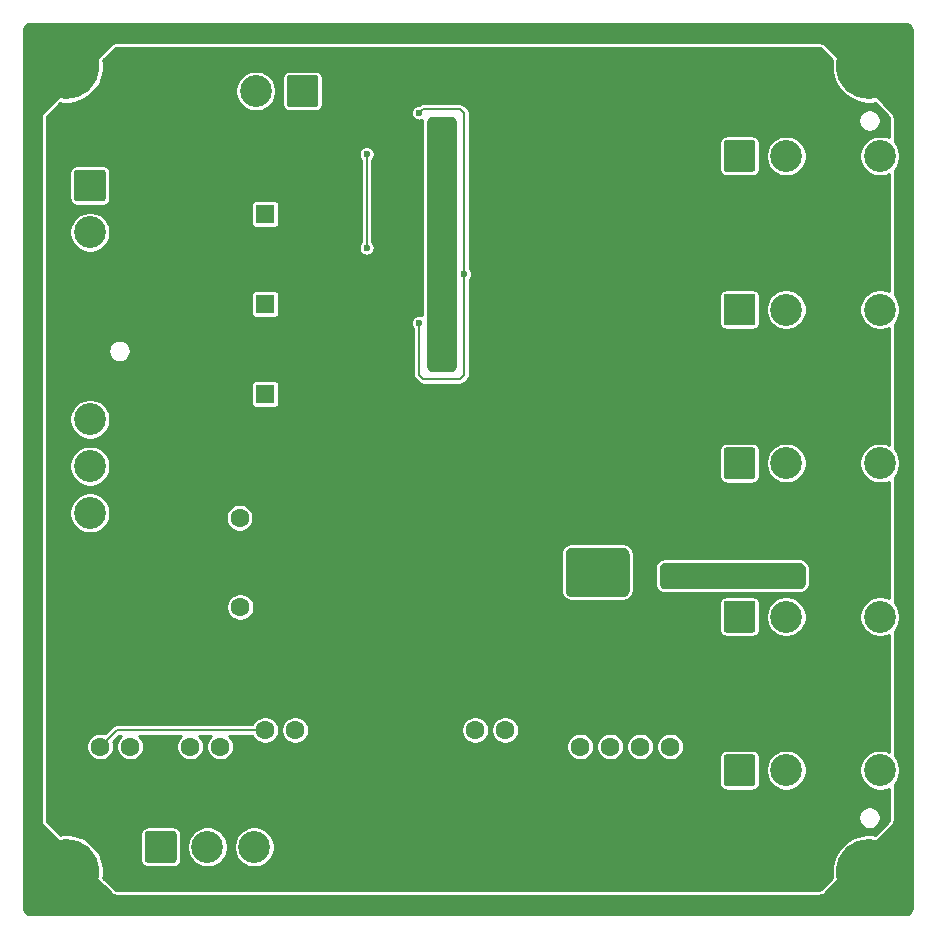
<source format=gbr>
%TF.GenerationSoftware,KiCad,Pcbnew,(5.1.9-0-10_14)*%
%TF.CreationDate,2021-03-28T17:01:51+02:00*%
%TF.ProjectId,Power-Supply,506f7765-722d-4537-9570-706c792e6b69,rev?*%
%TF.SameCoordinates,Original*%
%TF.FileFunction,Copper,L2,Bot*%
%TF.FilePolarity,Positive*%
%FSLAX46Y46*%
G04 Gerber Fmt 4.6, Leading zero omitted, Abs format (unit mm)*
G04 Created by KiCad (PCBNEW (5.1.9-0-10_14)) date 2021-03-28 17:01:51*
%MOMM*%
%LPD*%
G01*
G04 APERTURE LIST*
%TA.AperFunction,ComponentPad*%
%ADD10C,1.600000*%
%TD*%
%TA.AperFunction,ComponentPad*%
%ADD11R,1.600000X1.600000*%
%TD*%
%TA.AperFunction,ComponentPad*%
%ADD12C,5.600000*%
%TD*%
%TA.AperFunction,ComponentPad*%
%ADD13C,2.700000*%
%TD*%
%TA.AperFunction,ViaPad*%
%ADD14C,0.900000*%
%TD*%
%TA.AperFunction,ViaPad*%
%ADD15C,0.600000*%
%TD*%
%TA.AperFunction,Conductor*%
%ADD16C,0.200000*%
%TD*%
%TA.AperFunction,Conductor*%
%ADD17C,0.254000*%
%TD*%
%TA.AperFunction,Conductor*%
%ADD18C,0.100000*%
%TD*%
G04 APERTURE END LIST*
D10*
%TO.P,C18,2*%
%TO.N,GND*%
X130355000Y-86030000D03*
D11*
%TO.P,C18,1*%
%TO.N,/14V_IN*%
X132855000Y-86030000D03*
%TD*%
D10*
%TO.P,C17,2*%
%TO.N,/-14V_IN*%
X130736000Y-111684000D03*
D11*
%TO.P,C17,1*%
%TO.N,GND*%
X133236000Y-111684000D03*
%TD*%
D10*
%TO.P,C16,2*%
%TO.N,/-14V_IN*%
X130672500Y-104127500D03*
D11*
%TO.P,C16,1*%
%TO.N,GND*%
X133172500Y-104127500D03*
%TD*%
D10*
%TO.P,C15,2*%
%TO.N,GND*%
X130355000Y-78410000D03*
D11*
%TO.P,C15,1*%
%TO.N,/14V_IN*%
X132855000Y-78410000D03*
%TD*%
D10*
%TO.P,C14,2*%
%TO.N,GND*%
X130355000Y-93650000D03*
D11*
%TO.P,C14,1*%
%TO.N,/14V_IN*%
X132855000Y-93650000D03*
%TD*%
D12*
%TO.P,H3,1*%
%TO.N,Earth*%
X116000000Y-134100000D03*
%TD*%
%TO.P,H4,1*%
%TO.N,Earth*%
X184000000Y-134100000D03*
%TD*%
%TO.P,H2,1*%
%TO.N,Earth*%
X184000000Y-65900000D03*
%TD*%
D13*
%TO.P,J8,6*%
%TO.N,GND*%
X143800000Y-132000000D03*
%TO.P,J8,5*%
X139840000Y-132000000D03*
%TO.P,J8,4*%
X135880000Y-132000000D03*
%TO.P,J8,3*%
%TO.N,/3V3_FRONT*%
X131920000Y-132000000D03*
%TO.P,J8,2*%
%TO.N,/VLED*%
X127960000Y-132000000D03*
%TO.P,J8,1*%
%TA.AperFunction,ComponentPad*%
G36*
G01*
X122650000Y-133099999D02*
X122650000Y-130900001D01*
G75*
G02*
X122900001Y-130650000I250001J0D01*
G01*
X125099999Y-130650000D01*
G75*
G02*
X125350000Y-130900001I0J-250001D01*
G01*
X125350000Y-133099999D01*
G75*
G02*
X125099999Y-133350000I-250001J0D01*
G01*
X122900001Y-133350000D01*
G75*
G02*
X122650000Y-133099999I0J250001D01*
G01*
G37*
%TD.AperFunction*%
%TD*%
%TO.P,J9,8*%
%TO.N,/-15V*%
X118000000Y-103720000D03*
%TO.P,J9,7*%
%TO.N,/15V*%
X118000000Y-99760000D03*
%TO.P,J9,6*%
X118000000Y-95800000D03*
%TO.P,J9,5*%
%TO.N,GND*%
X118000000Y-91840000D03*
%TO.P,J9,4*%
X118000000Y-87880000D03*
%TO.P,J9,3*%
X118000000Y-83920000D03*
%TO.P,J9,2*%
%TO.N,/5V*%
X118000000Y-79960000D03*
%TO.P,J9,1*%
%TA.AperFunction,ComponentPad*%
G36*
G01*
X116900001Y-74650000D02*
X119099999Y-74650000D01*
G75*
G02*
X119350000Y-74900001I0J-250001D01*
G01*
X119350000Y-77099999D01*
G75*
G02*
X119099999Y-77350000I-250001J0D01*
G01*
X116900001Y-77350000D01*
G75*
G02*
X116650000Y-77099999I0J250001D01*
G01*
X116650000Y-74900001D01*
G75*
G02*
X116900001Y-74650000I250001J0D01*
G01*
G37*
%TD.AperFunction*%
%TD*%
D10*
%TO.P,U6,5*%
%TO.N,/VLED_ONOFF*%
X132840000Y-122100000D03*
%TO.P,U6,4*%
%TO.N,/VLED_5V*%
X135380000Y-122100000D03*
%TO.P,U6,3*%
%TO.N,GND*%
X148080000Y-122100000D03*
%TO.P,U6,2*%
%TO.N,Net-(R21-Pad1)*%
X150620000Y-122100000D03*
%TO.P,U6,1*%
%TO.N,/VLED*%
X153160000Y-122100000D03*
%TD*%
%TO.P,U4,10*%
%TO.N,Net-(R19-Pad2)*%
X121410000Y-123500000D03*
%TO.P,U4,11*%
%TO.N,/VLED_ONOFF*%
X118870000Y-123500000D03*
%TO.P,U4,8*%
%TO.N,/VLED_5V*%
X126490000Y-123500000D03*
%TO.P,U4,7*%
X129030000Y-123500000D03*
%TO.P,U4,6*%
%TO.N,GND*%
X131570000Y-123500000D03*
%TO.P,U4,5*%
X156970000Y-123500000D03*
%TO.P,U4,4*%
%TO.N,/VLED*%
X159510000Y-123500000D03*
%TO.P,U4,3*%
X162050000Y-123500000D03*
%TO.P,U4,2*%
X164590000Y-123500000D03*
%TO.P,U4,1*%
X167130000Y-123500000D03*
%TD*%
D13*
%TO.P,J7,4*%
%TO.N,GND*%
X124120000Y-68000000D03*
%TO.P,J7,3*%
X128080000Y-68000000D03*
%TO.P,J7,2*%
%TO.N,/5V*%
X132040000Y-68000000D03*
%TO.P,J7,1*%
%TA.AperFunction,ComponentPad*%
G36*
G01*
X137350000Y-66900001D02*
X137350000Y-69099999D01*
G75*
G02*
X137099999Y-69350000I-250001J0D01*
G01*
X134900001Y-69350000D01*
G75*
G02*
X134650000Y-69099999I0J250001D01*
G01*
X134650000Y-66900001D01*
G75*
G02*
X134900001Y-66650000I250001J0D01*
G01*
X137099999Y-66650000D01*
G75*
G02*
X137350000Y-66900001I0J-250001D01*
G01*
G37*
%TD.AperFunction*%
%TD*%
D12*
%TO.P,H1,1*%
%TO.N,Earth*%
X116000000Y-65900000D03*
%TD*%
D13*
%TO.P,J6,4*%
%TO.N,/5V*%
X184880000Y-73500000D03*
%TO.P,J6,3*%
%TO.N,GND*%
X180920000Y-73500000D03*
%TO.P,J6,2*%
%TO.N,/-14V*%
X176960000Y-73500000D03*
%TO.P,J6,1*%
%TO.N,/14V*%
%TA.AperFunction,ComponentPad*%
G36*
G01*
X171650000Y-74599999D02*
X171650000Y-72400001D01*
G75*
G02*
X171900001Y-72150000I250001J0D01*
G01*
X174099999Y-72150000D01*
G75*
G02*
X174350000Y-72400001I0J-250001D01*
G01*
X174350000Y-74599999D01*
G75*
G02*
X174099999Y-74850000I-250001J0D01*
G01*
X171900001Y-74850000D01*
G75*
G02*
X171650000Y-74599999I0J250001D01*
G01*
G37*
%TD.AperFunction*%
%TD*%
%TO.P,J5,4*%
%TO.N,/5V*%
X184880000Y-86500000D03*
%TO.P,J5,3*%
%TO.N,GND*%
X180920000Y-86500000D03*
%TO.P,J5,2*%
%TO.N,/-14V*%
X176960000Y-86500000D03*
%TO.P,J5,1*%
%TO.N,/14V*%
%TA.AperFunction,ComponentPad*%
G36*
G01*
X171650000Y-87599999D02*
X171650000Y-85400001D01*
G75*
G02*
X171900001Y-85150000I250001J0D01*
G01*
X174099999Y-85150000D01*
G75*
G02*
X174350000Y-85400001I0J-250001D01*
G01*
X174350000Y-87599999D01*
G75*
G02*
X174099999Y-87850000I-250001J0D01*
G01*
X171900001Y-87850000D01*
G75*
G02*
X171650000Y-87599999I0J250001D01*
G01*
G37*
%TD.AperFunction*%
%TD*%
%TO.P,J4,4*%
%TO.N,/5V*%
X184880000Y-99500000D03*
%TO.P,J4,3*%
%TO.N,GND*%
X180920000Y-99500000D03*
%TO.P,J4,2*%
%TO.N,/-14V*%
X176960000Y-99500000D03*
%TO.P,J4,1*%
%TO.N,/14V*%
%TA.AperFunction,ComponentPad*%
G36*
G01*
X171650000Y-100599999D02*
X171650000Y-98400001D01*
G75*
G02*
X171900001Y-98150000I250001J0D01*
G01*
X174099999Y-98150000D01*
G75*
G02*
X174350000Y-98400001I0J-250001D01*
G01*
X174350000Y-100599999D01*
G75*
G02*
X174099999Y-100850000I-250001J0D01*
G01*
X171900001Y-100850000D01*
G75*
G02*
X171650000Y-100599999I0J250001D01*
G01*
G37*
%TD.AperFunction*%
%TD*%
%TO.P,J3,4*%
%TO.N,/5V*%
X184880000Y-112500000D03*
%TO.P,J3,3*%
%TO.N,GND*%
X180920000Y-112500000D03*
%TO.P,J3,2*%
%TO.N,/-14V*%
X176960000Y-112500000D03*
%TO.P,J3,1*%
%TO.N,/14V*%
%TA.AperFunction,ComponentPad*%
G36*
G01*
X171650000Y-113599999D02*
X171650000Y-111400001D01*
G75*
G02*
X171900001Y-111150000I250001J0D01*
G01*
X174099999Y-111150000D01*
G75*
G02*
X174350000Y-111400001I0J-250001D01*
G01*
X174350000Y-113599999D01*
G75*
G02*
X174099999Y-113850000I-250001J0D01*
G01*
X171900001Y-113850000D01*
G75*
G02*
X171650000Y-113599999I0J250001D01*
G01*
G37*
%TD.AperFunction*%
%TD*%
%TO.P,J2,4*%
%TO.N,/5V*%
X184880000Y-125500000D03*
%TO.P,J2,3*%
%TO.N,GND*%
X180920000Y-125500000D03*
%TO.P,J2,2*%
%TO.N,/-14V*%
X176960000Y-125500000D03*
%TO.P,J2,1*%
%TO.N,/14V*%
%TA.AperFunction,ComponentPad*%
G36*
G01*
X171650000Y-126599999D02*
X171650000Y-124400001D01*
G75*
G02*
X171900001Y-124150000I250001J0D01*
G01*
X174099999Y-124150000D01*
G75*
G02*
X174350000Y-124400001I0J-250001D01*
G01*
X174350000Y-126599999D01*
G75*
G02*
X174099999Y-126850000I-250001J0D01*
G01*
X171900001Y-126850000D01*
G75*
G02*
X171650000Y-126599999I0J250001D01*
G01*
G37*
%TD.AperFunction*%
%TD*%
D14*
%TO.N,GND*%
X152857500Y-107620000D03*
D15*
X161430000Y-132385000D03*
X161430000Y-130085000D03*
X153492500Y-126035000D03*
X124282500Y-126035000D03*
X116027500Y-71742500D03*
X154685000Y-134685000D03*
X157620000Y-134685000D03*
X115392500Y-119050000D03*
X121107500Y-112065000D03*
X124917500Y-112065000D03*
X123012500Y-110845000D03*
X119520000Y-110845000D03*
X126505000Y-110845000D03*
X162700000Y-129210000D03*
X166192500Y-82537500D03*
X167780000Y-110795000D03*
X160160000Y-105715000D03*
X161747500Y-105715000D03*
X162065000Y-112700000D03*
X143967500Y-99047500D03*
X145555000Y-84442500D03*
X145555000Y-82537500D03*
X138252500Y-75235000D03*
X136347500Y-94920000D03*
X138570000Y-94920000D03*
X138887500Y-77140000D03*
X136665000Y-77140000D03*
X144920000Y-81267500D03*
X139840000Y-64757500D03*
X138570000Y-110160000D03*
X136347500Y-110160000D03*
X166192500Y-106350000D03*
X166192500Y-103810000D03*
X162065000Y-86347500D03*
X162065000Y-80632500D03*
%TO.N,/14V_OUT*%
X146825000Y-86030000D03*
%TO.N,Net-(R2-Pad2)*%
X149682500Y-83490000D03*
X145872500Y-69837500D03*
X145872500Y-87617500D03*
%TO.N,/-14V*%
X166827500Y-108572500D03*
X176987500Y-109525000D03*
X176035000Y-109525000D03*
X166827500Y-109525000D03*
X176035000Y-108572500D03*
X167780000Y-108572500D03*
X167780000Y-109525000D03*
X176987500Y-108572500D03*
X177940000Y-108572500D03*
X177940000Y-109525000D03*
%TO.N,Earth*%
X112852500Y-71742500D03*
%TO.N,/14V_OUT*%
X146825000Y-74600000D03*
X148095000Y-70790000D03*
X147142500Y-70790000D03*
X148095000Y-91110000D03*
X147142500Y-91110000D03*
%TO.N,/-14V_OUT*%
X158890000Y-110160000D03*
X163017500Y-110160000D03*
X163017500Y-107302500D03*
X158890000Y-107302500D03*
%TO.N,Net-(R6-Pad1)*%
X141427500Y-73330000D03*
X141427500Y-81267500D03*
%TD*%
D16*
%TO.N,Net-(R2-Pad2)*%
X149682500Y-83490000D02*
X149682500Y-70155000D01*
X149682500Y-83490000D02*
X149682500Y-92062500D01*
X149682500Y-92062500D02*
X149365000Y-92380000D01*
X149365000Y-92380000D02*
X146190000Y-92380000D01*
X146190000Y-92380000D02*
X145872500Y-92062500D01*
X145872500Y-92062500D02*
X145872500Y-87617500D01*
X145872500Y-69837500D02*
X146190000Y-69520000D01*
X146190000Y-69520000D02*
X149365000Y-69520000D01*
X149365000Y-69520000D02*
X149682500Y-69837500D01*
X149682500Y-69837500D02*
X149682500Y-70155000D01*
%TO.N,/VLED_ONOFF*%
X120270000Y-122100000D02*
X118870000Y-123500000D01*
X132840000Y-122100000D02*
X120270000Y-122100000D01*
%TO.N,Net-(R6-Pad1)*%
X141427500Y-81267500D02*
X141427500Y-73330000D01*
%TD*%
D17*
%TO.N,GND*%
X179821597Y-64388502D02*
X179851437Y-64400863D01*
X179897037Y-64435853D01*
X180856974Y-65395790D01*
X180819000Y-65586699D01*
X180819000Y-66213301D01*
X180941245Y-66827863D01*
X181181035Y-67406768D01*
X181529156Y-67927769D01*
X181972231Y-68370844D01*
X182493232Y-68718965D01*
X183072137Y-68958755D01*
X183686699Y-69081000D01*
X184313301Y-69081000D01*
X184504210Y-69043026D01*
X185564147Y-70102963D01*
X185599137Y-70148563D01*
X185611498Y-70178403D01*
X185619000Y-70235389D01*
X185619000Y-71932482D01*
X185384914Y-71835521D01*
X185050489Y-71769000D01*
X184709511Y-71769000D01*
X184375086Y-71835521D01*
X184060064Y-71966007D01*
X183776552Y-72155444D01*
X183535444Y-72396552D01*
X183346007Y-72680064D01*
X183215521Y-72995086D01*
X183149000Y-73329511D01*
X183149000Y-73670489D01*
X183215521Y-74004914D01*
X183346007Y-74319936D01*
X183535444Y-74603448D01*
X183776552Y-74844556D01*
X184060064Y-75033993D01*
X184375086Y-75164479D01*
X184709511Y-75231000D01*
X185050489Y-75231000D01*
X185384914Y-75164479D01*
X185619000Y-75067518D01*
X185619000Y-84932482D01*
X185384914Y-84835521D01*
X185050489Y-84769000D01*
X184709511Y-84769000D01*
X184375086Y-84835521D01*
X184060064Y-84966007D01*
X183776552Y-85155444D01*
X183535444Y-85396552D01*
X183346007Y-85680064D01*
X183215521Y-85995086D01*
X183149000Y-86329511D01*
X183149000Y-86670489D01*
X183215521Y-87004914D01*
X183346007Y-87319936D01*
X183535444Y-87603448D01*
X183776552Y-87844556D01*
X184060064Y-88033993D01*
X184375086Y-88164479D01*
X184709511Y-88231000D01*
X185050489Y-88231000D01*
X185384914Y-88164479D01*
X185619000Y-88067518D01*
X185619000Y-97932482D01*
X185384914Y-97835521D01*
X185050489Y-97769000D01*
X184709511Y-97769000D01*
X184375086Y-97835521D01*
X184060064Y-97966007D01*
X183776552Y-98155444D01*
X183535444Y-98396552D01*
X183346007Y-98680064D01*
X183215521Y-98995086D01*
X183149000Y-99329511D01*
X183149000Y-99670489D01*
X183215521Y-100004914D01*
X183346007Y-100319936D01*
X183535444Y-100603448D01*
X183776552Y-100844556D01*
X184060064Y-101033993D01*
X184375086Y-101164479D01*
X184709511Y-101231000D01*
X185050489Y-101231000D01*
X185384914Y-101164479D01*
X185619000Y-101067518D01*
X185619000Y-110932482D01*
X185384914Y-110835521D01*
X185050489Y-110769000D01*
X184709511Y-110769000D01*
X184375086Y-110835521D01*
X184060064Y-110966007D01*
X183776552Y-111155444D01*
X183535444Y-111396552D01*
X183346007Y-111680064D01*
X183215521Y-111995086D01*
X183149000Y-112329511D01*
X183149000Y-112670489D01*
X183215521Y-113004914D01*
X183346007Y-113319936D01*
X183535444Y-113603448D01*
X183776552Y-113844556D01*
X184060064Y-114033993D01*
X184375086Y-114164479D01*
X184709511Y-114231000D01*
X185050489Y-114231000D01*
X185384914Y-114164479D01*
X185619000Y-114067518D01*
X185619000Y-123932482D01*
X185384914Y-123835521D01*
X185050489Y-123769000D01*
X184709511Y-123769000D01*
X184375086Y-123835521D01*
X184060064Y-123966007D01*
X183776552Y-124155444D01*
X183535444Y-124396552D01*
X183346007Y-124680064D01*
X183215521Y-124995086D01*
X183149000Y-125329511D01*
X183149000Y-125670489D01*
X183215521Y-126004914D01*
X183346007Y-126319936D01*
X183535444Y-126603448D01*
X183776552Y-126844556D01*
X184060064Y-127033993D01*
X184375086Y-127164479D01*
X184709511Y-127231000D01*
X185050489Y-127231000D01*
X185384914Y-127164479D01*
X185619000Y-127067518D01*
X185619000Y-129764611D01*
X185611498Y-129821597D01*
X185599137Y-129851437D01*
X185564147Y-129897037D01*
X184504210Y-130956974D01*
X184313301Y-130919000D01*
X183686699Y-130919000D01*
X183072137Y-131041245D01*
X182493232Y-131281035D01*
X181972231Y-131629156D01*
X181529156Y-132072231D01*
X181181035Y-132593232D01*
X180941245Y-133172137D01*
X180819000Y-133786699D01*
X180819000Y-134413301D01*
X180856974Y-134604210D01*
X179897037Y-135564147D01*
X179851437Y-135599137D01*
X179821597Y-135611498D01*
X179764611Y-135619000D01*
X120235389Y-135619000D01*
X120178403Y-135611498D01*
X120148563Y-135599137D01*
X120102963Y-135564147D01*
X119143026Y-134604210D01*
X119181000Y-134413301D01*
X119181000Y-133786699D01*
X119058755Y-133172137D01*
X118818965Y-132593232D01*
X118470844Y-132072231D01*
X118027769Y-131629156D01*
X117506768Y-131281035D01*
X116927863Y-131041245D01*
X116313301Y-130919000D01*
X115686699Y-130919000D01*
X115495790Y-130956974D01*
X115438817Y-130900001D01*
X122267157Y-130900001D01*
X122267157Y-133099999D01*
X122279317Y-133223461D01*
X122315329Y-133342178D01*
X122373810Y-133451588D01*
X122452513Y-133547487D01*
X122548412Y-133626190D01*
X122657822Y-133684671D01*
X122776539Y-133720683D01*
X122900001Y-133732843D01*
X125099999Y-133732843D01*
X125223461Y-133720683D01*
X125342178Y-133684671D01*
X125451588Y-133626190D01*
X125547487Y-133547487D01*
X125626190Y-133451588D01*
X125684671Y-133342178D01*
X125720683Y-133223461D01*
X125732843Y-133099999D01*
X125732843Y-131829511D01*
X126229000Y-131829511D01*
X126229000Y-132170489D01*
X126295521Y-132504914D01*
X126426007Y-132819936D01*
X126615444Y-133103448D01*
X126856552Y-133344556D01*
X127140064Y-133533993D01*
X127455086Y-133664479D01*
X127789511Y-133731000D01*
X128130489Y-133731000D01*
X128464914Y-133664479D01*
X128779936Y-133533993D01*
X129063448Y-133344556D01*
X129304556Y-133103448D01*
X129493993Y-132819936D01*
X129624479Y-132504914D01*
X129691000Y-132170489D01*
X129691000Y-131829511D01*
X130189000Y-131829511D01*
X130189000Y-132170489D01*
X130255521Y-132504914D01*
X130386007Y-132819936D01*
X130575444Y-133103448D01*
X130816552Y-133344556D01*
X131100064Y-133533993D01*
X131415086Y-133664479D01*
X131749511Y-133731000D01*
X132090489Y-133731000D01*
X132424914Y-133664479D01*
X132739936Y-133533993D01*
X133023448Y-133344556D01*
X133264556Y-133103448D01*
X133453993Y-132819936D01*
X133584479Y-132504914D01*
X133651000Y-132170489D01*
X133651000Y-131829511D01*
X133584479Y-131495086D01*
X133453993Y-131180064D01*
X133264556Y-130896552D01*
X133023448Y-130655444D01*
X132739936Y-130466007D01*
X132424914Y-130335521D01*
X132090489Y-130269000D01*
X131749511Y-130269000D01*
X131415086Y-130335521D01*
X131100064Y-130466007D01*
X130816552Y-130655444D01*
X130575444Y-130896552D01*
X130386007Y-131180064D01*
X130255521Y-131495086D01*
X130189000Y-131829511D01*
X129691000Y-131829511D01*
X129624479Y-131495086D01*
X129493993Y-131180064D01*
X129304556Y-130896552D01*
X129063448Y-130655444D01*
X128779936Y-130466007D01*
X128464914Y-130335521D01*
X128130489Y-130269000D01*
X127789511Y-130269000D01*
X127455086Y-130335521D01*
X127140064Y-130466007D01*
X126856552Y-130655444D01*
X126615444Y-130896552D01*
X126426007Y-131180064D01*
X126295521Y-131495086D01*
X126229000Y-131829511D01*
X125732843Y-131829511D01*
X125732843Y-130900001D01*
X125720683Y-130776539D01*
X125684671Y-130657822D01*
X125626190Y-130548412D01*
X125547487Y-130452513D01*
X125451588Y-130373810D01*
X125342178Y-130315329D01*
X125223461Y-130279317D01*
X125099999Y-130267157D01*
X122900001Y-130267157D01*
X122776539Y-130279317D01*
X122657822Y-130315329D01*
X122548412Y-130373810D01*
X122452513Y-130452513D01*
X122373810Y-130548412D01*
X122315329Y-130657822D01*
X122279317Y-130776539D01*
X122267157Y-130900001D01*
X115438817Y-130900001D01*
X114435853Y-129897037D01*
X114400863Y-129851437D01*
X114388502Y-129821597D01*
X114381000Y-129764611D01*
X114381000Y-129433244D01*
X183043000Y-129433244D01*
X183043000Y-129621756D01*
X183079777Y-129806647D01*
X183151917Y-129980810D01*
X183256649Y-130137552D01*
X183389948Y-130270851D01*
X183546690Y-130375583D01*
X183720853Y-130447723D01*
X183905744Y-130484500D01*
X184094256Y-130484500D01*
X184279147Y-130447723D01*
X184453310Y-130375583D01*
X184610052Y-130270851D01*
X184743351Y-130137552D01*
X184848083Y-129980810D01*
X184920223Y-129806647D01*
X184957000Y-129621756D01*
X184957000Y-129433244D01*
X184920223Y-129248353D01*
X184848083Y-129074190D01*
X184743351Y-128917448D01*
X184610052Y-128784149D01*
X184453310Y-128679417D01*
X184279147Y-128607277D01*
X184094256Y-128570500D01*
X183905744Y-128570500D01*
X183720853Y-128607277D01*
X183546690Y-128679417D01*
X183389948Y-128784149D01*
X183256649Y-128917448D01*
X183151917Y-129074190D01*
X183079777Y-129248353D01*
X183043000Y-129433244D01*
X114381000Y-129433244D01*
X114381000Y-123383682D01*
X117689000Y-123383682D01*
X117689000Y-123616318D01*
X117734386Y-123844485D01*
X117823412Y-124059413D01*
X117952658Y-124252843D01*
X118117157Y-124417342D01*
X118310587Y-124546588D01*
X118525515Y-124635614D01*
X118753682Y-124681000D01*
X118986318Y-124681000D01*
X119214485Y-124635614D01*
X119429413Y-124546588D01*
X119622843Y-124417342D01*
X119787342Y-124252843D01*
X119916588Y-124059413D01*
X120005614Y-123844485D01*
X120051000Y-123616318D01*
X120051000Y-123383682D01*
X120005614Y-123155515D01*
X119973134Y-123077102D01*
X120469237Y-122581000D01*
X120659638Y-122581000D01*
X120657157Y-122582658D01*
X120492658Y-122747157D01*
X120363412Y-122940587D01*
X120274386Y-123155515D01*
X120229000Y-123383682D01*
X120229000Y-123616318D01*
X120274386Y-123844485D01*
X120363412Y-124059413D01*
X120492658Y-124252843D01*
X120657157Y-124417342D01*
X120850587Y-124546588D01*
X121065515Y-124635614D01*
X121293682Y-124681000D01*
X121526318Y-124681000D01*
X121754485Y-124635614D01*
X121969413Y-124546588D01*
X122162843Y-124417342D01*
X122327342Y-124252843D01*
X122456588Y-124059413D01*
X122545614Y-123844485D01*
X122591000Y-123616318D01*
X122591000Y-123383682D01*
X122545614Y-123155515D01*
X122456588Y-122940587D01*
X122327342Y-122747157D01*
X122162843Y-122582658D01*
X122160362Y-122581000D01*
X125739638Y-122581000D01*
X125737157Y-122582658D01*
X125572658Y-122747157D01*
X125443412Y-122940587D01*
X125354386Y-123155515D01*
X125309000Y-123383682D01*
X125309000Y-123616318D01*
X125354386Y-123844485D01*
X125443412Y-124059413D01*
X125572658Y-124252843D01*
X125737157Y-124417342D01*
X125930587Y-124546588D01*
X126145515Y-124635614D01*
X126373682Y-124681000D01*
X126606318Y-124681000D01*
X126834485Y-124635614D01*
X127049413Y-124546588D01*
X127242843Y-124417342D01*
X127407342Y-124252843D01*
X127536588Y-124059413D01*
X127625614Y-123844485D01*
X127671000Y-123616318D01*
X127671000Y-123383682D01*
X127625614Y-123155515D01*
X127536588Y-122940587D01*
X127407342Y-122747157D01*
X127242843Y-122582658D01*
X127240362Y-122581000D01*
X128279638Y-122581000D01*
X128277157Y-122582658D01*
X128112658Y-122747157D01*
X127983412Y-122940587D01*
X127894386Y-123155515D01*
X127849000Y-123383682D01*
X127849000Y-123616318D01*
X127894386Y-123844485D01*
X127983412Y-124059413D01*
X128112658Y-124252843D01*
X128277157Y-124417342D01*
X128470587Y-124546588D01*
X128685515Y-124635614D01*
X128913682Y-124681000D01*
X129146318Y-124681000D01*
X129374485Y-124635614D01*
X129589413Y-124546588D01*
X129782843Y-124417342D01*
X129947342Y-124252843D01*
X130076588Y-124059413D01*
X130165614Y-123844485D01*
X130211000Y-123616318D01*
X130211000Y-123383682D01*
X158329000Y-123383682D01*
X158329000Y-123616318D01*
X158374386Y-123844485D01*
X158463412Y-124059413D01*
X158592658Y-124252843D01*
X158757157Y-124417342D01*
X158950587Y-124546588D01*
X159165515Y-124635614D01*
X159393682Y-124681000D01*
X159626318Y-124681000D01*
X159854485Y-124635614D01*
X160069413Y-124546588D01*
X160262843Y-124417342D01*
X160427342Y-124252843D01*
X160556588Y-124059413D01*
X160645614Y-123844485D01*
X160691000Y-123616318D01*
X160691000Y-123383682D01*
X160869000Y-123383682D01*
X160869000Y-123616318D01*
X160914386Y-123844485D01*
X161003412Y-124059413D01*
X161132658Y-124252843D01*
X161297157Y-124417342D01*
X161490587Y-124546588D01*
X161705515Y-124635614D01*
X161933682Y-124681000D01*
X162166318Y-124681000D01*
X162394485Y-124635614D01*
X162609413Y-124546588D01*
X162802843Y-124417342D01*
X162967342Y-124252843D01*
X163096588Y-124059413D01*
X163185614Y-123844485D01*
X163231000Y-123616318D01*
X163231000Y-123383682D01*
X163409000Y-123383682D01*
X163409000Y-123616318D01*
X163454386Y-123844485D01*
X163543412Y-124059413D01*
X163672658Y-124252843D01*
X163837157Y-124417342D01*
X164030587Y-124546588D01*
X164245515Y-124635614D01*
X164473682Y-124681000D01*
X164706318Y-124681000D01*
X164934485Y-124635614D01*
X165149413Y-124546588D01*
X165342843Y-124417342D01*
X165507342Y-124252843D01*
X165636588Y-124059413D01*
X165725614Y-123844485D01*
X165771000Y-123616318D01*
X165771000Y-123383682D01*
X165949000Y-123383682D01*
X165949000Y-123616318D01*
X165994386Y-123844485D01*
X166083412Y-124059413D01*
X166212658Y-124252843D01*
X166377157Y-124417342D01*
X166570587Y-124546588D01*
X166785515Y-124635614D01*
X167013682Y-124681000D01*
X167246318Y-124681000D01*
X167474485Y-124635614D01*
X167689413Y-124546588D01*
X167882843Y-124417342D01*
X167900184Y-124400001D01*
X171267157Y-124400001D01*
X171267157Y-126599999D01*
X171279317Y-126723461D01*
X171315329Y-126842178D01*
X171373810Y-126951588D01*
X171452513Y-127047487D01*
X171548412Y-127126190D01*
X171657822Y-127184671D01*
X171776539Y-127220683D01*
X171900001Y-127232843D01*
X174099999Y-127232843D01*
X174223461Y-127220683D01*
X174342178Y-127184671D01*
X174451588Y-127126190D01*
X174547487Y-127047487D01*
X174626190Y-126951588D01*
X174684671Y-126842178D01*
X174720683Y-126723461D01*
X174732843Y-126599999D01*
X174732843Y-125329511D01*
X175229000Y-125329511D01*
X175229000Y-125670489D01*
X175295521Y-126004914D01*
X175426007Y-126319936D01*
X175615444Y-126603448D01*
X175856552Y-126844556D01*
X176140064Y-127033993D01*
X176455086Y-127164479D01*
X176789511Y-127231000D01*
X177130489Y-127231000D01*
X177464914Y-127164479D01*
X177779936Y-127033993D01*
X178063448Y-126844556D01*
X178304556Y-126603448D01*
X178493993Y-126319936D01*
X178624479Y-126004914D01*
X178691000Y-125670489D01*
X178691000Y-125329511D01*
X178624479Y-124995086D01*
X178493993Y-124680064D01*
X178304556Y-124396552D01*
X178063448Y-124155444D01*
X177779936Y-123966007D01*
X177464914Y-123835521D01*
X177130489Y-123769000D01*
X176789511Y-123769000D01*
X176455086Y-123835521D01*
X176140064Y-123966007D01*
X175856552Y-124155444D01*
X175615444Y-124396552D01*
X175426007Y-124680064D01*
X175295521Y-124995086D01*
X175229000Y-125329511D01*
X174732843Y-125329511D01*
X174732843Y-124400001D01*
X174720683Y-124276539D01*
X174684671Y-124157822D01*
X174626190Y-124048412D01*
X174547487Y-123952513D01*
X174451588Y-123873810D01*
X174342178Y-123815329D01*
X174223461Y-123779317D01*
X174099999Y-123767157D01*
X171900001Y-123767157D01*
X171776539Y-123779317D01*
X171657822Y-123815329D01*
X171548412Y-123873810D01*
X171452513Y-123952513D01*
X171373810Y-124048412D01*
X171315329Y-124157822D01*
X171279317Y-124276539D01*
X171267157Y-124400001D01*
X167900184Y-124400001D01*
X168047342Y-124252843D01*
X168176588Y-124059413D01*
X168265614Y-123844485D01*
X168311000Y-123616318D01*
X168311000Y-123383682D01*
X168265614Y-123155515D01*
X168176588Y-122940587D01*
X168047342Y-122747157D01*
X167882843Y-122582658D01*
X167689413Y-122453412D01*
X167474485Y-122364386D01*
X167246318Y-122319000D01*
X167013682Y-122319000D01*
X166785515Y-122364386D01*
X166570587Y-122453412D01*
X166377157Y-122582658D01*
X166212658Y-122747157D01*
X166083412Y-122940587D01*
X165994386Y-123155515D01*
X165949000Y-123383682D01*
X165771000Y-123383682D01*
X165725614Y-123155515D01*
X165636588Y-122940587D01*
X165507342Y-122747157D01*
X165342843Y-122582658D01*
X165149413Y-122453412D01*
X164934485Y-122364386D01*
X164706318Y-122319000D01*
X164473682Y-122319000D01*
X164245515Y-122364386D01*
X164030587Y-122453412D01*
X163837157Y-122582658D01*
X163672658Y-122747157D01*
X163543412Y-122940587D01*
X163454386Y-123155515D01*
X163409000Y-123383682D01*
X163231000Y-123383682D01*
X163185614Y-123155515D01*
X163096588Y-122940587D01*
X162967342Y-122747157D01*
X162802843Y-122582658D01*
X162609413Y-122453412D01*
X162394485Y-122364386D01*
X162166318Y-122319000D01*
X161933682Y-122319000D01*
X161705515Y-122364386D01*
X161490587Y-122453412D01*
X161297157Y-122582658D01*
X161132658Y-122747157D01*
X161003412Y-122940587D01*
X160914386Y-123155515D01*
X160869000Y-123383682D01*
X160691000Y-123383682D01*
X160645614Y-123155515D01*
X160556588Y-122940587D01*
X160427342Y-122747157D01*
X160262843Y-122582658D01*
X160069413Y-122453412D01*
X159854485Y-122364386D01*
X159626318Y-122319000D01*
X159393682Y-122319000D01*
X159165515Y-122364386D01*
X158950587Y-122453412D01*
X158757157Y-122582658D01*
X158592658Y-122747157D01*
X158463412Y-122940587D01*
X158374386Y-123155515D01*
X158329000Y-123383682D01*
X130211000Y-123383682D01*
X130165614Y-123155515D01*
X130076588Y-122940587D01*
X129947342Y-122747157D01*
X129782843Y-122582658D01*
X129780362Y-122581000D01*
X131760932Y-122581000D01*
X131793412Y-122659413D01*
X131922658Y-122852843D01*
X132087157Y-123017342D01*
X132280587Y-123146588D01*
X132495515Y-123235614D01*
X132723682Y-123281000D01*
X132956318Y-123281000D01*
X133184485Y-123235614D01*
X133399413Y-123146588D01*
X133592843Y-123017342D01*
X133757342Y-122852843D01*
X133886588Y-122659413D01*
X133975614Y-122444485D01*
X134021000Y-122216318D01*
X134021000Y-121983682D01*
X134199000Y-121983682D01*
X134199000Y-122216318D01*
X134244386Y-122444485D01*
X134333412Y-122659413D01*
X134462658Y-122852843D01*
X134627157Y-123017342D01*
X134820587Y-123146588D01*
X135035515Y-123235614D01*
X135263682Y-123281000D01*
X135496318Y-123281000D01*
X135724485Y-123235614D01*
X135939413Y-123146588D01*
X136132843Y-123017342D01*
X136297342Y-122852843D01*
X136426588Y-122659413D01*
X136515614Y-122444485D01*
X136561000Y-122216318D01*
X136561000Y-121983682D01*
X149439000Y-121983682D01*
X149439000Y-122216318D01*
X149484386Y-122444485D01*
X149573412Y-122659413D01*
X149702658Y-122852843D01*
X149867157Y-123017342D01*
X150060587Y-123146588D01*
X150275515Y-123235614D01*
X150503682Y-123281000D01*
X150736318Y-123281000D01*
X150964485Y-123235614D01*
X151179413Y-123146588D01*
X151372843Y-123017342D01*
X151537342Y-122852843D01*
X151666588Y-122659413D01*
X151755614Y-122444485D01*
X151801000Y-122216318D01*
X151801000Y-121983682D01*
X151979000Y-121983682D01*
X151979000Y-122216318D01*
X152024386Y-122444485D01*
X152113412Y-122659413D01*
X152242658Y-122852843D01*
X152407157Y-123017342D01*
X152600587Y-123146588D01*
X152815515Y-123235614D01*
X153043682Y-123281000D01*
X153276318Y-123281000D01*
X153504485Y-123235614D01*
X153719413Y-123146588D01*
X153912843Y-123017342D01*
X154077342Y-122852843D01*
X154206588Y-122659413D01*
X154295614Y-122444485D01*
X154341000Y-122216318D01*
X154341000Y-121983682D01*
X154295614Y-121755515D01*
X154206588Y-121540587D01*
X154077342Y-121347157D01*
X153912843Y-121182658D01*
X153719413Y-121053412D01*
X153504485Y-120964386D01*
X153276318Y-120919000D01*
X153043682Y-120919000D01*
X152815515Y-120964386D01*
X152600587Y-121053412D01*
X152407157Y-121182658D01*
X152242658Y-121347157D01*
X152113412Y-121540587D01*
X152024386Y-121755515D01*
X151979000Y-121983682D01*
X151801000Y-121983682D01*
X151755614Y-121755515D01*
X151666588Y-121540587D01*
X151537342Y-121347157D01*
X151372843Y-121182658D01*
X151179413Y-121053412D01*
X150964485Y-120964386D01*
X150736318Y-120919000D01*
X150503682Y-120919000D01*
X150275515Y-120964386D01*
X150060587Y-121053412D01*
X149867157Y-121182658D01*
X149702658Y-121347157D01*
X149573412Y-121540587D01*
X149484386Y-121755515D01*
X149439000Y-121983682D01*
X136561000Y-121983682D01*
X136515614Y-121755515D01*
X136426588Y-121540587D01*
X136297342Y-121347157D01*
X136132843Y-121182658D01*
X135939413Y-121053412D01*
X135724485Y-120964386D01*
X135496318Y-120919000D01*
X135263682Y-120919000D01*
X135035515Y-120964386D01*
X134820587Y-121053412D01*
X134627157Y-121182658D01*
X134462658Y-121347157D01*
X134333412Y-121540587D01*
X134244386Y-121755515D01*
X134199000Y-121983682D01*
X134021000Y-121983682D01*
X133975614Y-121755515D01*
X133886588Y-121540587D01*
X133757342Y-121347157D01*
X133592843Y-121182658D01*
X133399413Y-121053412D01*
X133184485Y-120964386D01*
X132956318Y-120919000D01*
X132723682Y-120919000D01*
X132495515Y-120964386D01*
X132280587Y-121053412D01*
X132087157Y-121182658D01*
X131922658Y-121347157D01*
X131793412Y-121540587D01*
X131760932Y-121619000D01*
X120293626Y-121619000D01*
X120270000Y-121616673D01*
X120175707Y-121625960D01*
X120148203Y-121634304D01*
X120085039Y-121653464D01*
X120001478Y-121698128D01*
X119928236Y-121758236D01*
X119913175Y-121776588D01*
X119292898Y-122396866D01*
X119214485Y-122364386D01*
X118986318Y-122319000D01*
X118753682Y-122319000D01*
X118525515Y-122364386D01*
X118310587Y-122453412D01*
X118117157Y-122582658D01*
X117952658Y-122747157D01*
X117823412Y-122940587D01*
X117734386Y-123155515D01*
X117689000Y-123383682D01*
X114381000Y-123383682D01*
X114381000Y-111567682D01*
X129555000Y-111567682D01*
X129555000Y-111800318D01*
X129600386Y-112028485D01*
X129689412Y-112243413D01*
X129818658Y-112436843D01*
X129983157Y-112601342D01*
X130176587Y-112730588D01*
X130391515Y-112819614D01*
X130619682Y-112865000D01*
X130852318Y-112865000D01*
X131080485Y-112819614D01*
X131295413Y-112730588D01*
X131488843Y-112601342D01*
X131653342Y-112436843D01*
X131782588Y-112243413D01*
X131871614Y-112028485D01*
X131917000Y-111800318D01*
X131917000Y-111567682D01*
X131883646Y-111400001D01*
X171267157Y-111400001D01*
X171267157Y-113599999D01*
X171279317Y-113723461D01*
X171315329Y-113842178D01*
X171373810Y-113951588D01*
X171452513Y-114047487D01*
X171548412Y-114126190D01*
X171657822Y-114184671D01*
X171776539Y-114220683D01*
X171900001Y-114232843D01*
X174099999Y-114232843D01*
X174223461Y-114220683D01*
X174342178Y-114184671D01*
X174451588Y-114126190D01*
X174547487Y-114047487D01*
X174626190Y-113951588D01*
X174684671Y-113842178D01*
X174720683Y-113723461D01*
X174732843Y-113599999D01*
X174732843Y-112329511D01*
X175229000Y-112329511D01*
X175229000Y-112670489D01*
X175295521Y-113004914D01*
X175426007Y-113319936D01*
X175615444Y-113603448D01*
X175856552Y-113844556D01*
X176140064Y-114033993D01*
X176455086Y-114164479D01*
X176789511Y-114231000D01*
X177130489Y-114231000D01*
X177464914Y-114164479D01*
X177779936Y-114033993D01*
X178063448Y-113844556D01*
X178304556Y-113603448D01*
X178493993Y-113319936D01*
X178624479Y-113004914D01*
X178691000Y-112670489D01*
X178691000Y-112329511D01*
X178624479Y-111995086D01*
X178493993Y-111680064D01*
X178304556Y-111396552D01*
X178063448Y-111155444D01*
X177779936Y-110966007D01*
X177464914Y-110835521D01*
X177130489Y-110769000D01*
X176789511Y-110769000D01*
X176455086Y-110835521D01*
X176140064Y-110966007D01*
X175856552Y-111155444D01*
X175615444Y-111396552D01*
X175426007Y-111680064D01*
X175295521Y-111995086D01*
X175229000Y-112329511D01*
X174732843Y-112329511D01*
X174732843Y-111400001D01*
X174720683Y-111276539D01*
X174684671Y-111157822D01*
X174626190Y-111048412D01*
X174547487Y-110952513D01*
X174451588Y-110873810D01*
X174342178Y-110815329D01*
X174223461Y-110779317D01*
X174099999Y-110767157D01*
X171900001Y-110767157D01*
X171776539Y-110779317D01*
X171657822Y-110815329D01*
X171548412Y-110873810D01*
X171452513Y-110952513D01*
X171373810Y-111048412D01*
X171315329Y-111157822D01*
X171279317Y-111276539D01*
X171267157Y-111400001D01*
X131883646Y-111400001D01*
X131871614Y-111339515D01*
X131782588Y-111124587D01*
X131653342Y-110931157D01*
X131488843Y-110766658D01*
X131295413Y-110637412D01*
X131080485Y-110548386D01*
X130852318Y-110503000D01*
X130619682Y-110503000D01*
X130391515Y-110548386D01*
X130176587Y-110637412D01*
X129983157Y-110766658D01*
X129818658Y-110931157D01*
X129689412Y-111124587D01*
X129600386Y-111339515D01*
X129555000Y-111567682D01*
X114381000Y-111567682D01*
X114381000Y-107175500D01*
X157874000Y-107175500D01*
X157874000Y-110287000D01*
X157877260Y-110336731D01*
X157894570Y-110468211D01*
X157920311Y-110564281D01*
X157971060Y-110686801D01*
X158020792Y-110772939D01*
X158101523Y-110878149D01*
X158171851Y-110948477D01*
X158277061Y-111029208D01*
X158363199Y-111078940D01*
X158485719Y-111129689D01*
X158581789Y-111155430D01*
X158713269Y-111172740D01*
X158763000Y-111176000D01*
X163144500Y-111176000D01*
X163194231Y-111172740D01*
X163325711Y-111155430D01*
X163421781Y-111129689D01*
X163544301Y-111078940D01*
X163630439Y-111029208D01*
X163735649Y-110948477D01*
X163805977Y-110878149D01*
X163886708Y-110772939D01*
X163936440Y-110686801D01*
X163987189Y-110564281D01*
X164012930Y-110468211D01*
X164030240Y-110336731D01*
X164033500Y-110287000D01*
X164033500Y-108445500D01*
X165811500Y-108445500D01*
X165811500Y-109652000D01*
X165814760Y-109701731D01*
X165832070Y-109833211D01*
X165857811Y-109929281D01*
X165908560Y-110051801D01*
X165958292Y-110137939D01*
X166039023Y-110243149D01*
X166109351Y-110313477D01*
X166214561Y-110394208D01*
X166300699Y-110443940D01*
X166423219Y-110494689D01*
X166519289Y-110520430D01*
X166650769Y-110537740D01*
X166700500Y-110541000D01*
X178067000Y-110541000D01*
X178116731Y-110537740D01*
X178248211Y-110520430D01*
X178344281Y-110494689D01*
X178466801Y-110443940D01*
X178552939Y-110394208D01*
X178658149Y-110313477D01*
X178728477Y-110243149D01*
X178809208Y-110137939D01*
X178858940Y-110051801D01*
X178909689Y-109929281D01*
X178935430Y-109833211D01*
X178952740Y-109701731D01*
X178956000Y-109652000D01*
X178956000Y-108445500D01*
X178952740Y-108395769D01*
X178935430Y-108264289D01*
X178909689Y-108168219D01*
X178858940Y-108045699D01*
X178809208Y-107959561D01*
X178728477Y-107854351D01*
X178658149Y-107784023D01*
X178552939Y-107703292D01*
X178466801Y-107653560D01*
X178344281Y-107602811D01*
X178248211Y-107577070D01*
X178116731Y-107559760D01*
X178067000Y-107556500D01*
X166700500Y-107556500D01*
X166650769Y-107559760D01*
X166519289Y-107577070D01*
X166423219Y-107602811D01*
X166300699Y-107653560D01*
X166214561Y-107703292D01*
X166109351Y-107784023D01*
X166039023Y-107854351D01*
X165958292Y-107959561D01*
X165908560Y-108045699D01*
X165857811Y-108168219D01*
X165832070Y-108264289D01*
X165814760Y-108395769D01*
X165811500Y-108445500D01*
X164033500Y-108445500D01*
X164033500Y-107175500D01*
X164030240Y-107125769D01*
X164012930Y-106994289D01*
X163987189Y-106898219D01*
X163936440Y-106775699D01*
X163886708Y-106689561D01*
X163805977Y-106584351D01*
X163735649Y-106514023D01*
X163630439Y-106433292D01*
X163544301Y-106383560D01*
X163421781Y-106332811D01*
X163325711Y-106307070D01*
X163194231Y-106289760D01*
X163144500Y-106286500D01*
X158763000Y-106286500D01*
X158713269Y-106289760D01*
X158581789Y-106307070D01*
X158485719Y-106332811D01*
X158363199Y-106383560D01*
X158277061Y-106433292D01*
X158171851Y-106514023D01*
X158101523Y-106584351D01*
X158020792Y-106689561D01*
X157971060Y-106775699D01*
X157920311Y-106898219D01*
X157894570Y-106994289D01*
X157877260Y-107125769D01*
X157874000Y-107175500D01*
X114381000Y-107175500D01*
X114381000Y-103549511D01*
X116269000Y-103549511D01*
X116269000Y-103890489D01*
X116335521Y-104224914D01*
X116466007Y-104539936D01*
X116655444Y-104823448D01*
X116896552Y-105064556D01*
X117180064Y-105253993D01*
X117495086Y-105384479D01*
X117829511Y-105451000D01*
X118170489Y-105451000D01*
X118504914Y-105384479D01*
X118819936Y-105253993D01*
X119103448Y-105064556D01*
X119344556Y-104823448D01*
X119533993Y-104539936D01*
X119664479Y-104224914D01*
X119706992Y-104011182D01*
X129491500Y-104011182D01*
X129491500Y-104243818D01*
X129536886Y-104471985D01*
X129625912Y-104686913D01*
X129755158Y-104880343D01*
X129919657Y-105044842D01*
X130113087Y-105174088D01*
X130328015Y-105263114D01*
X130556182Y-105308500D01*
X130788818Y-105308500D01*
X131016985Y-105263114D01*
X131231913Y-105174088D01*
X131425343Y-105044842D01*
X131589842Y-104880343D01*
X131719088Y-104686913D01*
X131808114Y-104471985D01*
X131853500Y-104243818D01*
X131853500Y-104011182D01*
X131808114Y-103783015D01*
X131719088Y-103568087D01*
X131589842Y-103374657D01*
X131425343Y-103210158D01*
X131231913Y-103080912D01*
X131016985Y-102991886D01*
X130788818Y-102946500D01*
X130556182Y-102946500D01*
X130328015Y-102991886D01*
X130113087Y-103080912D01*
X129919657Y-103210158D01*
X129755158Y-103374657D01*
X129625912Y-103568087D01*
X129536886Y-103783015D01*
X129491500Y-104011182D01*
X119706992Y-104011182D01*
X119731000Y-103890489D01*
X119731000Y-103549511D01*
X119664479Y-103215086D01*
X119533993Y-102900064D01*
X119344556Y-102616552D01*
X119103448Y-102375444D01*
X118819936Y-102186007D01*
X118504914Y-102055521D01*
X118170489Y-101989000D01*
X117829511Y-101989000D01*
X117495086Y-102055521D01*
X117180064Y-102186007D01*
X116896552Y-102375444D01*
X116655444Y-102616552D01*
X116466007Y-102900064D01*
X116335521Y-103215086D01*
X116269000Y-103549511D01*
X114381000Y-103549511D01*
X114381000Y-99589511D01*
X116269000Y-99589511D01*
X116269000Y-99930489D01*
X116335521Y-100264914D01*
X116466007Y-100579936D01*
X116655444Y-100863448D01*
X116896552Y-101104556D01*
X117180064Y-101293993D01*
X117495086Y-101424479D01*
X117829511Y-101491000D01*
X118170489Y-101491000D01*
X118504914Y-101424479D01*
X118819936Y-101293993D01*
X119103448Y-101104556D01*
X119344556Y-100863448D01*
X119533993Y-100579936D01*
X119664479Y-100264914D01*
X119731000Y-99930489D01*
X119731000Y-99589511D01*
X119664479Y-99255086D01*
X119533993Y-98940064D01*
X119344556Y-98656552D01*
X119103448Y-98415444D01*
X119080336Y-98400001D01*
X171267157Y-98400001D01*
X171267157Y-100599999D01*
X171279317Y-100723461D01*
X171315329Y-100842178D01*
X171373810Y-100951588D01*
X171452513Y-101047487D01*
X171548412Y-101126190D01*
X171657822Y-101184671D01*
X171776539Y-101220683D01*
X171900001Y-101232843D01*
X174099999Y-101232843D01*
X174223461Y-101220683D01*
X174342178Y-101184671D01*
X174451588Y-101126190D01*
X174547487Y-101047487D01*
X174626190Y-100951588D01*
X174684671Y-100842178D01*
X174720683Y-100723461D01*
X174732843Y-100599999D01*
X174732843Y-99329511D01*
X175229000Y-99329511D01*
X175229000Y-99670489D01*
X175295521Y-100004914D01*
X175426007Y-100319936D01*
X175615444Y-100603448D01*
X175856552Y-100844556D01*
X176140064Y-101033993D01*
X176455086Y-101164479D01*
X176789511Y-101231000D01*
X177130489Y-101231000D01*
X177464914Y-101164479D01*
X177779936Y-101033993D01*
X178063448Y-100844556D01*
X178304556Y-100603448D01*
X178493993Y-100319936D01*
X178624479Y-100004914D01*
X178691000Y-99670489D01*
X178691000Y-99329511D01*
X178624479Y-98995086D01*
X178493993Y-98680064D01*
X178304556Y-98396552D01*
X178063448Y-98155444D01*
X177779936Y-97966007D01*
X177464914Y-97835521D01*
X177130489Y-97769000D01*
X176789511Y-97769000D01*
X176455086Y-97835521D01*
X176140064Y-97966007D01*
X175856552Y-98155444D01*
X175615444Y-98396552D01*
X175426007Y-98680064D01*
X175295521Y-98995086D01*
X175229000Y-99329511D01*
X174732843Y-99329511D01*
X174732843Y-98400001D01*
X174720683Y-98276539D01*
X174684671Y-98157822D01*
X174626190Y-98048412D01*
X174547487Y-97952513D01*
X174451588Y-97873810D01*
X174342178Y-97815329D01*
X174223461Y-97779317D01*
X174099999Y-97767157D01*
X171900001Y-97767157D01*
X171776539Y-97779317D01*
X171657822Y-97815329D01*
X171548412Y-97873810D01*
X171452513Y-97952513D01*
X171373810Y-98048412D01*
X171315329Y-98157822D01*
X171279317Y-98276539D01*
X171267157Y-98400001D01*
X119080336Y-98400001D01*
X118819936Y-98226007D01*
X118504914Y-98095521D01*
X118170489Y-98029000D01*
X117829511Y-98029000D01*
X117495086Y-98095521D01*
X117180064Y-98226007D01*
X116896552Y-98415444D01*
X116655444Y-98656552D01*
X116466007Y-98940064D01*
X116335521Y-99255086D01*
X116269000Y-99589511D01*
X114381000Y-99589511D01*
X114381000Y-95629511D01*
X116269000Y-95629511D01*
X116269000Y-95970489D01*
X116335521Y-96304914D01*
X116466007Y-96619936D01*
X116655444Y-96903448D01*
X116896552Y-97144556D01*
X117180064Y-97333993D01*
X117495086Y-97464479D01*
X117829511Y-97531000D01*
X118170489Y-97531000D01*
X118504914Y-97464479D01*
X118819936Y-97333993D01*
X119103448Y-97144556D01*
X119344556Y-96903448D01*
X119533993Y-96619936D01*
X119664479Y-96304914D01*
X119731000Y-95970489D01*
X119731000Y-95629511D01*
X119664479Y-95295086D01*
X119533993Y-94980064D01*
X119344556Y-94696552D01*
X119103448Y-94455444D01*
X118819936Y-94266007D01*
X118504914Y-94135521D01*
X118170489Y-94069000D01*
X117829511Y-94069000D01*
X117495086Y-94135521D01*
X117180064Y-94266007D01*
X116896552Y-94455444D01*
X116655444Y-94696552D01*
X116466007Y-94980064D01*
X116335521Y-95295086D01*
X116269000Y-95629511D01*
X114381000Y-95629511D01*
X114381000Y-92850000D01*
X131672157Y-92850000D01*
X131672157Y-94450000D01*
X131679513Y-94524689D01*
X131701299Y-94596508D01*
X131736678Y-94662696D01*
X131784289Y-94720711D01*
X131842304Y-94768322D01*
X131908492Y-94803701D01*
X131980311Y-94825487D01*
X132055000Y-94832843D01*
X133655000Y-94832843D01*
X133729689Y-94825487D01*
X133801508Y-94803701D01*
X133867696Y-94768322D01*
X133925711Y-94720711D01*
X133973322Y-94662696D01*
X134008701Y-94596508D01*
X134030487Y-94524689D01*
X134037843Y-94450000D01*
X134037843Y-92850000D01*
X134030487Y-92775311D01*
X134008701Y-92703492D01*
X133973322Y-92637304D01*
X133925711Y-92579289D01*
X133867696Y-92531678D01*
X133801508Y-92496299D01*
X133729689Y-92474513D01*
X133655000Y-92467157D01*
X132055000Y-92467157D01*
X131980311Y-92474513D01*
X131908492Y-92496299D01*
X131842304Y-92531678D01*
X131784289Y-92579289D01*
X131736678Y-92637304D01*
X131701299Y-92703492D01*
X131679513Y-92775311D01*
X131672157Y-92850000D01*
X114381000Y-92850000D01*
X114381000Y-89905744D01*
X119543000Y-89905744D01*
X119543000Y-90094256D01*
X119579777Y-90279147D01*
X119651917Y-90453310D01*
X119756649Y-90610052D01*
X119889948Y-90743351D01*
X120046690Y-90848083D01*
X120220853Y-90920223D01*
X120405744Y-90957000D01*
X120594256Y-90957000D01*
X120779147Y-90920223D01*
X120953310Y-90848083D01*
X121110052Y-90743351D01*
X121243351Y-90610052D01*
X121348083Y-90453310D01*
X121420223Y-90279147D01*
X121457000Y-90094256D01*
X121457000Y-89905744D01*
X121420223Y-89720853D01*
X121348083Y-89546690D01*
X121243351Y-89389948D01*
X121110052Y-89256649D01*
X120953310Y-89151917D01*
X120779147Y-89079777D01*
X120594256Y-89043000D01*
X120405744Y-89043000D01*
X120220853Y-89079777D01*
X120046690Y-89151917D01*
X119889948Y-89256649D01*
X119756649Y-89389948D01*
X119651917Y-89546690D01*
X119579777Y-89720853D01*
X119543000Y-89905744D01*
X114381000Y-89905744D01*
X114381000Y-85230000D01*
X131672157Y-85230000D01*
X131672157Y-86830000D01*
X131679513Y-86904689D01*
X131701299Y-86976508D01*
X131736678Y-87042696D01*
X131784289Y-87100711D01*
X131842304Y-87148322D01*
X131908492Y-87183701D01*
X131980311Y-87205487D01*
X132055000Y-87212843D01*
X133655000Y-87212843D01*
X133729689Y-87205487D01*
X133801508Y-87183701D01*
X133867696Y-87148322D01*
X133925711Y-87100711D01*
X133973322Y-87042696D01*
X134008701Y-86976508D01*
X134030487Y-86904689D01*
X134037843Y-86830000D01*
X134037843Y-85230000D01*
X134030487Y-85155311D01*
X134008701Y-85083492D01*
X133973322Y-85017304D01*
X133925711Y-84959289D01*
X133867696Y-84911678D01*
X133801508Y-84876299D01*
X133729689Y-84854513D01*
X133655000Y-84847157D01*
X132055000Y-84847157D01*
X131980311Y-84854513D01*
X131908492Y-84876299D01*
X131842304Y-84911678D01*
X131784289Y-84959289D01*
X131736678Y-85017304D01*
X131701299Y-85083492D01*
X131679513Y-85155311D01*
X131672157Y-85230000D01*
X114381000Y-85230000D01*
X114381000Y-79789511D01*
X116269000Y-79789511D01*
X116269000Y-80130489D01*
X116335521Y-80464914D01*
X116466007Y-80779936D01*
X116655444Y-81063448D01*
X116896552Y-81304556D01*
X117180064Y-81493993D01*
X117495086Y-81624479D01*
X117829511Y-81691000D01*
X118170489Y-81691000D01*
X118504914Y-81624479D01*
X118819936Y-81493993D01*
X119103448Y-81304556D01*
X119344556Y-81063448D01*
X119533993Y-80779936D01*
X119664479Y-80464914D01*
X119731000Y-80130489D01*
X119731000Y-79789511D01*
X119664479Y-79455086D01*
X119533993Y-79140064D01*
X119344556Y-78856552D01*
X119103448Y-78615444D01*
X118819936Y-78426007D01*
X118504914Y-78295521D01*
X118170489Y-78229000D01*
X117829511Y-78229000D01*
X117495086Y-78295521D01*
X117180064Y-78426007D01*
X116896552Y-78615444D01*
X116655444Y-78856552D01*
X116466007Y-79140064D01*
X116335521Y-79455086D01*
X116269000Y-79789511D01*
X114381000Y-79789511D01*
X114381000Y-74900001D01*
X116267157Y-74900001D01*
X116267157Y-77099999D01*
X116279317Y-77223461D01*
X116315329Y-77342178D01*
X116373810Y-77451588D01*
X116452513Y-77547487D01*
X116548412Y-77626190D01*
X116657822Y-77684671D01*
X116776539Y-77720683D01*
X116900001Y-77732843D01*
X119099999Y-77732843D01*
X119223461Y-77720683D01*
X119342178Y-77684671D01*
X119451588Y-77626190D01*
X119471315Y-77610000D01*
X131672157Y-77610000D01*
X131672157Y-79210000D01*
X131679513Y-79284689D01*
X131701299Y-79356508D01*
X131736678Y-79422696D01*
X131784289Y-79480711D01*
X131842304Y-79528322D01*
X131908492Y-79563701D01*
X131980311Y-79585487D01*
X132055000Y-79592843D01*
X133655000Y-79592843D01*
X133729689Y-79585487D01*
X133801508Y-79563701D01*
X133867696Y-79528322D01*
X133925711Y-79480711D01*
X133973322Y-79422696D01*
X134008701Y-79356508D01*
X134030487Y-79284689D01*
X134037843Y-79210000D01*
X134037843Y-77610000D01*
X134030487Y-77535311D01*
X134008701Y-77463492D01*
X133973322Y-77397304D01*
X133925711Y-77339289D01*
X133867696Y-77291678D01*
X133801508Y-77256299D01*
X133729689Y-77234513D01*
X133655000Y-77227157D01*
X132055000Y-77227157D01*
X131980311Y-77234513D01*
X131908492Y-77256299D01*
X131842304Y-77291678D01*
X131784289Y-77339289D01*
X131736678Y-77397304D01*
X131701299Y-77463492D01*
X131679513Y-77535311D01*
X131672157Y-77610000D01*
X119471315Y-77610000D01*
X119547487Y-77547487D01*
X119626190Y-77451588D01*
X119684671Y-77342178D01*
X119720683Y-77223461D01*
X119732843Y-77099999D01*
X119732843Y-74900001D01*
X119720683Y-74776539D01*
X119684671Y-74657822D01*
X119626190Y-74548412D01*
X119547487Y-74452513D01*
X119451588Y-74373810D01*
X119342178Y-74315329D01*
X119223461Y-74279317D01*
X119099999Y-74267157D01*
X116900001Y-74267157D01*
X116776539Y-74279317D01*
X116657822Y-74315329D01*
X116548412Y-74373810D01*
X116452513Y-74452513D01*
X116373810Y-74548412D01*
X116315329Y-74657822D01*
X116279317Y-74776539D01*
X116267157Y-74900001D01*
X114381000Y-74900001D01*
X114381000Y-73262927D01*
X140746500Y-73262927D01*
X140746500Y-73397073D01*
X140772671Y-73528640D01*
X140824006Y-73652574D01*
X140898533Y-73764112D01*
X140946501Y-73812080D01*
X140946500Y-80785421D01*
X140898533Y-80833388D01*
X140824006Y-80944926D01*
X140772671Y-81068860D01*
X140746500Y-81200427D01*
X140746500Y-81334573D01*
X140772671Y-81466140D01*
X140824006Y-81590074D01*
X140898533Y-81701612D01*
X140993388Y-81796467D01*
X141104926Y-81870994D01*
X141228860Y-81922329D01*
X141360427Y-81948500D01*
X141494573Y-81948500D01*
X141626140Y-81922329D01*
X141750074Y-81870994D01*
X141861612Y-81796467D01*
X141956467Y-81701612D01*
X142030994Y-81590074D01*
X142082329Y-81466140D01*
X142108500Y-81334573D01*
X142108500Y-81200427D01*
X142082329Y-81068860D01*
X142030994Y-80944926D01*
X141956467Y-80833388D01*
X141908500Y-80785421D01*
X141908500Y-73812079D01*
X141956467Y-73764112D01*
X142030994Y-73652574D01*
X142082329Y-73528640D01*
X142108500Y-73397073D01*
X142108500Y-73262927D01*
X142082329Y-73131360D01*
X142030994Y-73007426D01*
X141956467Y-72895888D01*
X141861612Y-72801033D01*
X141750074Y-72726506D01*
X141626140Y-72675171D01*
X141494573Y-72649000D01*
X141360427Y-72649000D01*
X141228860Y-72675171D01*
X141104926Y-72726506D01*
X140993388Y-72801033D01*
X140898533Y-72895888D01*
X140824006Y-73007426D01*
X140772671Y-73131360D01*
X140746500Y-73262927D01*
X114381000Y-73262927D01*
X114381000Y-70235389D01*
X114388502Y-70178403D01*
X114400863Y-70148563D01*
X114435853Y-70102963D01*
X114768389Y-69770427D01*
X145191500Y-69770427D01*
X145191500Y-69904573D01*
X145217671Y-70036140D01*
X145269006Y-70160074D01*
X145343533Y-70271612D01*
X145438388Y-70366467D01*
X145549926Y-70440994D01*
X145673860Y-70492329D01*
X145805427Y-70518500D01*
X145939573Y-70518500D01*
X146071140Y-70492329D01*
X146153372Y-70458267D01*
X146147070Y-70481789D01*
X146129760Y-70613269D01*
X146126500Y-70663000D01*
X146126500Y-86985602D01*
X146071140Y-86962671D01*
X145939573Y-86936500D01*
X145805427Y-86936500D01*
X145673860Y-86962671D01*
X145549926Y-87014006D01*
X145438388Y-87088533D01*
X145343533Y-87183388D01*
X145269006Y-87294926D01*
X145217671Y-87418860D01*
X145191500Y-87550427D01*
X145191500Y-87684573D01*
X145217671Y-87816140D01*
X145269006Y-87940074D01*
X145343533Y-88051612D01*
X145391501Y-88099580D01*
X145391500Y-92038874D01*
X145389173Y-92062500D01*
X145398460Y-92156792D01*
X145406804Y-92184296D01*
X145425964Y-92247460D01*
X145470628Y-92331022D01*
X145530736Y-92404264D01*
X145549094Y-92419330D01*
X145833170Y-92703406D01*
X145848236Y-92721764D01*
X145921478Y-92781872D01*
X146005039Y-92826536D01*
X146068203Y-92845696D01*
X146095707Y-92854040D01*
X146190000Y-92863327D01*
X146213626Y-92861000D01*
X149341374Y-92861000D01*
X149365000Y-92863327D01*
X149388626Y-92861000D01*
X149459292Y-92854040D01*
X149549961Y-92826536D01*
X149633522Y-92781872D01*
X149706764Y-92721764D01*
X149721830Y-92703406D01*
X150005906Y-92419330D01*
X150024264Y-92404264D01*
X150084372Y-92331022D01*
X150129036Y-92247461D01*
X150156540Y-92156792D01*
X150163500Y-92086126D01*
X150163500Y-92086125D01*
X150165827Y-92062500D01*
X150163500Y-92038874D01*
X150163500Y-85400001D01*
X171267157Y-85400001D01*
X171267157Y-87599999D01*
X171279317Y-87723461D01*
X171315329Y-87842178D01*
X171373810Y-87951588D01*
X171452513Y-88047487D01*
X171548412Y-88126190D01*
X171657822Y-88184671D01*
X171776539Y-88220683D01*
X171900001Y-88232843D01*
X174099999Y-88232843D01*
X174223461Y-88220683D01*
X174342178Y-88184671D01*
X174451588Y-88126190D01*
X174547487Y-88047487D01*
X174626190Y-87951588D01*
X174684671Y-87842178D01*
X174720683Y-87723461D01*
X174732843Y-87599999D01*
X174732843Y-86329511D01*
X175229000Y-86329511D01*
X175229000Y-86670489D01*
X175295521Y-87004914D01*
X175426007Y-87319936D01*
X175615444Y-87603448D01*
X175856552Y-87844556D01*
X176140064Y-88033993D01*
X176455086Y-88164479D01*
X176789511Y-88231000D01*
X177130489Y-88231000D01*
X177464914Y-88164479D01*
X177779936Y-88033993D01*
X178063448Y-87844556D01*
X178304556Y-87603448D01*
X178493993Y-87319936D01*
X178624479Y-87004914D01*
X178691000Y-86670489D01*
X178691000Y-86329511D01*
X178624479Y-85995086D01*
X178493993Y-85680064D01*
X178304556Y-85396552D01*
X178063448Y-85155444D01*
X177779936Y-84966007D01*
X177464914Y-84835521D01*
X177130489Y-84769000D01*
X176789511Y-84769000D01*
X176455086Y-84835521D01*
X176140064Y-84966007D01*
X175856552Y-85155444D01*
X175615444Y-85396552D01*
X175426007Y-85680064D01*
X175295521Y-85995086D01*
X175229000Y-86329511D01*
X174732843Y-86329511D01*
X174732843Y-85400001D01*
X174720683Y-85276539D01*
X174684671Y-85157822D01*
X174626190Y-85048412D01*
X174547487Y-84952513D01*
X174451588Y-84873810D01*
X174342178Y-84815329D01*
X174223461Y-84779317D01*
X174099999Y-84767157D01*
X171900001Y-84767157D01*
X171776539Y-84779317D01*
X171657822Y-84815329D01*
X171548412Y-84873810D01*
X171452513Y-84952513D01*
X171373810Y-85048412D01*
X171315329Y-85157822D01*
X171279317Y-85276539D01*
X171267157Y-85400001D01*
X150163500Y-85400001D01*
X150163500Y-83972079D01*
X150211467Y-83924112D01*
X150285994Y-83812574D01*
X150337329Y-83688640D01*
X150363500Y-83557073D01*
X150363500Y-83422927D01*
X150337329Y-83291360D01*
X150285994Y-83167426D01*
X150211467Y-83055888D01*
X150163500Y-83007921D01*
X150163500Y-72400001D01*
X171267157Y-72400001D01*
X171267157Y-74599999D01*
X171279317Y-74723461D01*
X171315329Y-74842178D01*
X171373810Y-74951588D01*
X171452513Y-75047487D01*
X171548412Y-75126190D01*
X171657822Y-75184671D01*
X171776539Y-75220683D01*
X171900001Y-75232843D01*
X174099999Y-75232843D01*
X174223461Y-75220683D01*
X174342178Y-75184671D01*
X174451588Y-75126190D01*
X174547487Y-75047487D01*
X174626190Y-74951588D01*
X174684671Y-74842178D01*
X174720683Y-74723461D01*
X174732843Y-74599999D01*
X174732843Y-73329511D01*
X175229000Y-73329511D01*
X175229000Y-73670489D01*
X175295521Y-74004914D01*
X175426007Y-74319936D01*
X175615444Y-74603448D01*
X175856552Y-74844556D01*
X176140064Y-75033993D01*
X176455086Y-75164479D01*
X176789511Y-75231000D01*
X177130489Y-75231000D01*
X177464914Y-75164479D01*
X177779936Y-75033993D01*
X178063448Y-74844556D01*
X178304556Y-74603448D01*
X178493993Y-74319936D01*
X178624479Y-74004914D01*
X178691000Y-73670489D01*
X178691000Y-73329511D01*
X178624479Y-72995086D01*
X178493993Y-72680064D01*
X178304556Y-72396552D01*
X178063448Y-72155444D01*
X177779936Y-71966007D01*
X177464914Y-71835521D01*
X177130489Y-71769000D01*
X176789511Y-71769000D01*
X176455086Y-71835521D01*
X176140064Y-71966007D01*
X175856552Y-72155444D01*
X175615444Y-72396552D01*
X175426007Y-72680064D01*
X175295521Y-72995086D01*
X175229000Y-73329511D01*
X174732843Y-73329511D01*
X174732843Y-72400001D01*
X174720683Y-72276539D01*
X174684671Y-72157822D01*
X174626190Y-72048412D01*
X174547487Y-71952513D01*
X174451588Y-71873810D01*
X174342178Y-71815329D01*
X174223461Y-71779317D01*
X174099999Y-71767157D01*
X171900001Y-71767157D01*
X171776539Y-71779317D01*
X171657822Y-71815329D01*
X171548412Y-71873810D01*
X171452513Y-71952513D01*
X171373810Y-72048412D01*
X171315329Y-72157822D01*
X171279317Y-72276539D01*
X171267157Y-72400001D01*
X150163500Y-72400001D01*
X150163500Y-70405744D01*
X183043000Y-70405744D01*
X183043000Y-70594256D01*
X183079777Y-70779147D01*
X183151917Y-70953310D01*
X183256649Y-71110052D01*
X183389948Y-71243351D01*
X183546690Y-71348083D01*
X183720853Y-71420223D01*
X183905744Y-71457000D01*
X184094256Y-71457000D01*
X184279147Y-71420223D01*
X184453310Y-71348083D01*
X184610052Y-71243351D01*
X184743351Y-71110052D01*
X184848083Y-70953310D01*
X184920223Y-70779147D01*
X184957000Y-70594256D01*
X184957000Y-70405744D01*
X184920223Y-70220853D01*
X184848083Y-70046690D01*
X184743351Y-69889948D01*
X184610052Y-69756649D01*
X184453310Y-69651917D01*
X184279147Y-69579777D01*
X184094256Y-69543000D01*
X183905744Y-69543000D01*
X183720853Y-69579777D01*
X183546690Y-69651917D01*
X183389948Y-69756649D01*
X183256649Y-69889948D01*
X183151917Y-70046690D01*
X183079777Y-70220853D01*
X183043000Y-70405744D01*
X150163500Y-70405744D01*
X150163500Y-69861126D01*
X150165827Y-69837500D01*
X150156540Y-69743207D01*
X150148196Y-69715703D01*
X150129036Y-69652539D01*
X150084372Y-69568978D01*
X150024264Y-69495736D01*
X150005906Y-69480670D01*
X149721830Y-69196594D01*
X149706764Y-69178236D01*
X149633522Y-69118128D01*
X149549961Y-69073464D01*
X149459292Y-69045960D01*
X149388626Y-69039000D01*
X149365000Y-69036673D01*
X149341374Y-69039000D01*
X146213626Y-69039000D01*
X146190000Y-69036673D01*
X146095707Y-69045960D01*
X146068203Y-69054304D01*
X146005039Y-69073464D01*
X145921478Y-69118128D01*
X145874721Y-69156500D01*
X145805427Y-69156500D01*
X145673860Y-69182671D01*
X145549926Y-69234006D01*
X145438388Y-69308533D01*
X145343533Y-69403388D01*
X145269006Y-69514926D01*
X145217671Y-69638860D01*
X145191500Y-69770427D01*
X114768389Y-69770427D01*
X115495790Y-69043026D01*
X115686699Y-69081000D01*
X116313301Y-69081000D01*
X116927863Y-68958755D01*
X117506768Y-68718965D01*
X118027769Y-68370844D01*
X118470844Y-67927769D01*
X118536497Y-67829511D01*
X130309000Y-67829511D01*
X130309000Y-68170489D01*
X130375521Y-68504914D01*
X130506007Y-68819936D01*
X130695444Y-69103448D01*
X130936552Y-69344556D01*
X131220064Y-69533993D01*
X131535086Y-69664479D01*
X131869511Y-69731000D01*
X132210489Y-69731000D01*
X132544914Y-69664479D01*
X132859936Y-69533993D01*
X133143448Y-69344556D01*
X133384556Y-69103448D01*
X133573993Y-68819936D01*
X133704479Y-68504914D01*
X133771000Y-68170489D01*
X133771000Y-67829511D01*
X133704479Y-67495086D01*
X133573993Y-67180064D01*
X133386861Y-66900001D01*
X134267157Y-66900001D01*
X134267157Y-69099999D01*
X134279317Y-69223461D01*
X134315329Y-69342178D01*
X134373810Y-69451588D01*
X134452513Y-69547487D01*
X134548412Y-69626190D01*
X134657822Y-69684671D01*
X134776539Y-69720683D01*
X134900001Y-69732843D01*
X137099999Y-69732843D01*
X137223461Y-69720683D01*
X137342178Y-69684671D01*
X137451588Y-69626190D01*
X137547487Y-69547487D01*
X137626190Y-69451588D01*
X137684671Y-69342178D01*
X137720683Y-69223461D01*
X137732843Y-69099999D01*
X137732843Y-66900001D01*
X137720683Y-66776539D01*
X137684671Y-66657822D01*
X137626190Y-66548412D01*
X137547487Y-66452513D01*
X137451588Y-66373810D01*
X137342178Y-66315329D01*
X137223461Y-66279317D01*
X137099999Y-66267157D01*
X134900001Y-66267157D01*
X134776539Y-66279317D01*
X134657822Y-66315329D01*
X134548412Y-66373810D01*
X134452513Y-66452513D01*
X134373810Y-66548412D01*
X134315329Y-66657822D01*
X134279317Y-66776539D01*
X134267157Y-66900001D01*
X133386861Y-66900001D01*
X133384556Y-66896552D01*
X133143448Y-66655444D01*
X132859936Y-66466007D01*
X132544914Y-66335521D01*
X132210489Y-66269000D01*
X131869511Y-66269000D01*
X131535086Y-66335521D01*
X131220064Y-66466007D01*
X130936552Y-66655444D01*
X130695444Y-66896552D01*
X130506007Y-67180064D01*
X130375521Y-67495086D01*
X130309000Y-67829511D01*
X118536497Y-67829511D01*
X118818965Y-67406768D01*
X119058755Y-66827863D01*
X119181000Y-66213301D01*
X119181000Y-65586699D01*
X119143026Y-65395790D01*
X120102963Y-64435853D01*
X120148563Y-64400863D01*
X120178403Y-64388502D01*
X120235389Y-64381000D01*
X179764611Y-64381000D01*
X179821597Y-64388502D01*
%TA.AperFunction,Conductor*%
D18*
G36*
X179821597Y-64388502D02*
G01*
X179851437Y-64400863D01*
X179897037Y-64435853D01*
X180856974Y-65395790D01*
X180819000Y-65586699D01*
X180819000Y-66213301D01*
X180941245Y-66827863D01*
X181181035Y-67406768D01*
X181529156Y-67927769D01*
X181972231Y-68370844D01*
X182493232Y-68718965D01*
X183072137Y-68958755D01*
X183686699Y-69081000D01*
X184313301Y-69081000D01*
X184504210Y-69043026D01*
X185564147Y-70102963D01*
X185599137Y-70148563D01*
X185611498Y-70178403D01*
X185619000Y-70235389D01*
X185619000Y-71932482D01*
X185384914Y-71835521D01*
X185050489Y-71769000D01*
X184709511Y-71769000D01*
X184375086Y-71835521D01*
X184060064Y-71966007D01*
X183776552Y-72155444D01*
X183535444Y-72396552D01*
X183346007Y-72680064D01*
X183215521Y-72995086D01*
X183149000Y-73329511D01*
X183149000Y-73670489D01*
X183215521Y-74004914D01*
X183346007Y-74319936D01*
X183535444Y-74603448D01*
X183776552Y-74844556D01*
X184060064Y-75033993D01*
X184375086Y-75164479D01*
X184709511Y-75231000D01*
X185050489Y-75231000D01*
X185384914Y-75164479D01*
X185619000Y-75067518D01*
X185619000Y-84932482D01*
X185384914Y-84835521D01*
X185050489Y-84769000D01*
X184709511Y-84769000D01*
X184375086Y-84835521D01*
X184060064Y-84966007D01*
X183776552Y-85155444D01*
X183535444Y-85396552D01*
X183346007Y-85680064D01*
X183215521Y-85995086D01*
X183149000Y-86329511D01*
X183149000Y-86670489D01*
X183215521Y-87004914D01*
X183346007Y-87319936D01*
X183535444Y-87603448D01*
X183776552Y-87844556D01*
X184060064Y-88033993D01*
X184375086Y-88164479D01*
X184709511Y-88231000D01*
X185050489Y-88231000D01*
X185384914Y-88164479D01*
X185619000Y-88067518D01*
X185619000Y-97932482D01*
X185384914Y-97835521D01*
X185050489Y-97769000D01*
X184709511Y-97769000D01*
X184375086Y-97835521D01*
X184060064Y-97966007D01*
X183776552Y-98155444D01*
X183535444Y-98396552D01*
X183346007Y-98680064D01*
X183215521Y-98995086D01*
X183149000Y-99329511D01*
X183149000Y-99670489D01*
X183215521Y-100004914D01*
X183346007Y-100319936D01*
X183535444Y-100603448D01*
X183776552Y-100844556D01*
X184060064Y-101033993D01*
X184375086Y-101164479D01*
X184709511Y-101231000D01*
X185050489Y-101231000D01*
X185384914Y-101164479D01*
X185619000Y-101067518D01*
X185619000Y-110932482D01*
X185384914Y-110835521D01*
X185050489Y-110769000D01*
X184709511Y-110769000D01*
X184375086Y-110835521D01*
X184060064Y-110966007D01*
X183776552Y-111155444D01*
X183535444Y-111396552D01*
X183346007Y-111680064D01*
X183215521Y-111995086D01*
X183149000Y-112329511D01*
X183149000Y-112670489D01*
X183215521Y-113004914D01*
X183346007Y-113319936D01*
X183535444Y-113603448D01*
X183776552Y-113844556D01*
X184060064Y-114033993D01*
X184375086Y-114164479D01*
X184709511Y-114231000D01*
X185050489Y-114231000D01*
X185384914Y-114164479D01*
X185619000Y-114067518D01*
X185619000Y-123932482D01*
X185384914Y-123835521D01*
X185050489Y-123769000D01*
X184709511Y-123769000D01*
X184375086Y-123835521D01*
X184060064Y-123966007D01*
X183776552Y-124155444D01*
X183535444Y-124396552D01*
X183346007Y-124680064D01*
X183215521Y-124995086D01*
X183149000Y-125329511D01*
X183149000Y-125670489D01*
X183215521Y-126004914D01*
X183346007Y-126319936D01*
X183535444Y-126603448D01*
X183776552Y-126844556D01*
X184060064Y-127033993D01*
X184375086Y-127164479D01*
X184709511Y-127231000D01*
X185050489Y-127231000D01*
X185384914Y-127164479D01*
X185619000Y-127067518D01*
X185619000Y-129764611D01*
X185611498Y-129821597D01*
X185599137Y-129851437D01*
X185564147Y-129897037D01*
X184504210Y-130956974D01*
X184313301Y-130919000D01*
X183686699Y-130919000D01*
X183072137Y-131041245D01*
X182493232Y-131281035D01*
X181972231Y-131629156D01*
X181529156Y-132072231D01*
X181181035Y-132593232D01*
X180941245Y-133172137D01*
X180819000Y-133786699D01*
X180819000Y-134413301D01*
X180856974Y-134604210D01*
X179897037Y-135564147D01*
X179851437Y-135599137D01*
X179821597Y-135611498D01*
X179764611Y-135619000D01*
X120235389Y-135619000D01*
X120178403Y-135611498D01*
X120148563Y-135599137D01*
X120102963Y-135564147D01*
X119143026Y-134604210D01*
X119181000Y-134413301D01*
X119181000Y-133786699D01*
X119058755Y-133172137D01*
X118818965Y-132593232D01*
X118470844Y-132072231D01*
X118027769Y-131629156D01*
X117506768Y-131281035D01*
X116927863Y-131041245D01*
X116313301Y-130919000D01*
X115686699Y-130919000D01*
X115495790Y-130956974D01*
X115438817Y-130900001D01*
X122267157Y-130900001D01*
X122267157Y-133099999D01*
X122279317Y-133223461D01*
X122315329Y-133342178D01*
X122373810Y-133451588D01*
X122452513Y-133547487D01*
X122548412Y-133626190D01*
X122657822Y-133684671D01*
X122776539Y-133720683D01*
X122900001Y-133732843D01*
X125099999Y-133732843D01*
X125223461Y-133720683D01*
X125342178Y-133684671D01*
X125451588Y-133626190D01*
X125547487Y-133547487D01*
X125626190Y-133451588D01*
X125684671Y-133342178D01*
X125720683Y-133223461D01*
X125732843Y-133099999D01*
X125732843Y-131829511D01*
X126229000Y-131829511D01*
X126229000Y-132170489D01*
X126295521Y-132504914D01*
X126426007Y-132819936D01*
X126615444Y-133103448D01*
X126856552Y-133344556D01*
X127140064Y-133533993D01*
X127455086Y-133664479D01*
X127789511Y-133731000D01*
X128130489Y-133731000D01*
X128464914Y-133664479D01*
X128779936Y-133533993D01*
X129063448Y-133344556D01*
X129304556Y-133103448D01*
X129493993Y-132819936D01*
X129624479Y-132504914D01*
X129691000Y-132170489D01*
X129691000Y-131829511D01*
X130189000Y-131829511D01*
X130189000Y-132170489D01*
X130255521Y-132504914D01*
X130386007Y-132819936D01*
X130575444Y-133103448D01*
X130816552Y-133344556D01*
X131100064Y-133533993D01*
X131415086Y-133664479D01*
X131749511Y-133731000D01*
X132090489Y-133731000D01*
X132424914Y-133664479D01*
X132739936Y-133533993D01*
X133023448Y-133344556D01*
X133264556Y-133103448D01*
X133453993Y-132819936D01*
X133584479Y-132504914D01*
X133651000Y-132170489D01*
X133651000Y-131829511D01*
X133584479Y-131495086D01*
X133453993Y-131180064D01*
X133264556Y-130896552D01*
X133023448Y-130655444D01*
X132739936Y-130466007D01*
X132424914Y-130335521D01*
X132090489Y-130269000D01*
X131749511Y-130269000D01*
X131415086Y-130335521D01*
X131100064Y-130466007D01*
X130816552Y-130655444D01*
X130575444Y-130896552D01*
X130386007Y-131180064D01*
X130255521Y-131495086D01*
X130189000Y-131829511D01*
X129691000Y-131829511D01*
X129624479Y-131495086D01*
X129493993Y-131180064D01*
X129304556Y-130896552D01*
X129063448Y-130655444D01*
X128779936Y-130466007D01*
X128464914Y-130335521D01*
X128130489Y-130269000D01*
X127789511Y-130269000D01*
X127455086Y-130335521D01*
X127140064Y-130466007D01*
X126856552Y-130655444D01*
X126615444Y-130896552D01*
X126426007Y-131180064D01*
X126295521Y-131495086D01*
X126229000Y-131829511D01*
X125732843Y-131829511D01*
X125732843Y-130900001D01*
X125720683Y-130776539D01*
X125684671Y-130657822D01*
X125626190Y-130548412D01*
X125547487Y-130452513D01*
X125451588Y-130373810D01*
X125342178Y-130315329D01*
X125223461Y-130279317D01*
X125099999Y-130267157D01*
X122900001Y-130267157D01*
X122776539Y-130279317D01*
X122657822Y-130315329D01*
X122548412Y-130373810D01*
X122452513Y-130452513D01*
X122373810Y-130548412D01*
X122315329Y-130657822D01*
X122279317Y-130776539D01*
X122267157Y-130900001D01*
X115438817Y-130900001D01*
X114435853Y-129897037D01*
X114400863Y-129851437D01*
X114388502Y-129821597D01*
X114381000Y-129764611D01*
X114381000Y-129433244D01*
X183043000Y-129433244D01*
X183043000Y-129621756D01*
X183079777Y-129806647D01*
X183151917Y-129980810D01*
X183256649Y-130137552D01*
X183389948Y-130270851D01*
X183546690Y-130375583D01*
X183720853Y-130447723D01*
X183905744Y-130484500D01*
X184094256Y-130484500D01*
X184279147Y-130447723D01*
X184453310Y-130375583D01*
X184610052Y-130270851D01*
X184743351Y-130137552D01*
X184848083Y-129980810D01*
X184920223Y-129806647D01*
X184957000Y-129621756D01*
X184957000Y-129433244D01*
X184920223Y-129248353D01*
X184848083Y-129074190D01*
X184743351Y-128917448D01*
X184610052Y-128784149D01*
X184453310Y-128679417D01*
X184279147Y-128607277D01*
X184094256Y-128570500D01*
X183905744Y-128570500D01*
X183720853Y-128607277D01*
X183546690Y-128679417D01*
X183389948Y-128784149D01*
X183256649Y-128917448D01*
X183151917Y-129074190D01*
X183079777Y-129248353D01*
X183043000Y-129433244D01*
X114381000Y-129433244D01*
X114381000Y-123383682D01*
X117689000Y-123383682D01*
X117689000Y-123616318D01*
X117734386Y-123844485D01*
X117823412Y-124059413D01*
X117952658Y-124252843D01*
X118117157Y-124417342D01*
X118310587Y-124546588D01*
X118525515Y-124635614D01*
X118753682Y-124681000D01*
X118986318Y-124681000D01*
X119214485Y-124635614D01*
X119429413Y-124546588D01*
X119622843Y-124417342D01*
X119787342Y-124252843D01*
X119916588Y-124059413D01*
X120005614Y-123844485D01*
X120051000Y-123616318D01*
X120051000Y-123383682D01*
X120005614Y-123155515D01*
X119973134Y-123077102D01*
X120469237Y-122581000D01*
X120659638Y-122581000D01*
X120657157Y-122582658D01*
X120492658Y-122747157D01*
X120363412Y-122940587D01*
X120274386Y-123155515D01*
X120229000Y-123383682D01*
X120229000Y-123616318D01*
X120274386Y-123844485D01*
X120363412Y-124059413D01*
X120492658Y-124252843D01*
X120657157Y-124417342D01*
X120850587Y-124546588D01*
X121065515Y-124635614D01*
X121293682Y-124681000D01*
X121526318Y-124681000D01*
X121754485Y-124635614D01*
X121969413Y-124546588D01*
X122162843Y-124417342D01*
X122327342Y-124252843D01*
X122456588Y-124059413D01*
X122545614Y-123844485D01*
X122591000Y-123616318D01*
X122591000Y-123383682D01*
X122545614Y-123155515D01*
X122456588Y-122940587D01*
X122327342Y-122747157D01*
X122162843Y-122582658D01*
X122160362Y-122581000D01*
X125739638Y-122581000D01*
X125737157Y-122582658D01*
X125572658Y-122747157D01*
X125443412Y-122940587D01*
X125354386Y-123155515D01*
X125309000Y-123383682D01*
X125309000Y-123616318D01*
X125354386Y-123844485D01*
X125443412Y-124059413D01*
X125572658Y-124252843D01*
X125737157Y-124417342D01*
X125930587Y-124546588D01*
X126145515Y-124635614D01*
X126373682Y-124681000D01*
X126606318Y-124681000D01*
X126834485Y-124635614D01*
X127049413Y-124546588D01*
X127242843Y-124417342D01*
X127407342Y-124252843D01*
X127536588Y-124059413D01*
X127625614Y-123844485D01*
X127671000Y-123616318D01*
X127671000Y-123383682D01*
X127625614Y-123155515D01*
X127536588Y-122940587D01*
X127407342Y-122747157D01*
X127242843Y-122582658D01*
X127240362Y-122581000D01*
X128279638Y-122581000D01*
X128277157Y-122582658D01*
X128112658Y-122747157D01*
X127983412Y-122940587D01*
X127894386Y-123155515D01*
X127849000Y-123383682D01*
X127849000Y-123616318D01*
X127894386Y-123844485D01*
X127983412Y-124059413D01*
X128112658Y-124252843D01*
X128277157Y-124417342D01*
X128470587Y-124546588D01*
X128685515Y-124635614D01*
X128913682Y-124681000D01*
X129146318Y-124681000D01*
X129374485Y-124635614D01*
X129589413Y-124546588D01*
X129782843Y-124417342D01*
X129947342Y-124252843D01*
X130076588Y-124059413D01*
X130165614Y-123844485D01*
X130211000Y-123616318D01*
X130211000Y-123383682D01*
X158329000Y-123383682D01*
X158329000Y-123616318D01*
X158374386Y-123844485D01*
X158463412Y-124059413D01*
X158592658Y-124252843D01*
X158757157Y-124417342D01*
X158950587Y-124546588D01*
X159165515Y-124635614D01*
X159393682Y-124681000D01*
X159626318Y-124681000D01*
X159854485Y-124635614D01*
X160069413Y-124546588D01*
X160262843Y-124417342D01*
X160427342Y-124252843D01*
X160556588Y-124059413D01*
X160645614Y-123844485D01*
X160691000Y-123616318D01*
X160691000Y-123383682D01*
X160869000Y-123383682D01*
X160869000Y-123616318D01*
X160914386Y-123844485D01*
X161003412Y-124059413D01*
X161132658Y-124252843D01*
X161297157Y-124417342D01*
X161490587Y-124546588D01*
X161705515Y-124635614D01*
X161933682Y-124681000D01*
X162166318Y-124681000D01*
X162394485Y-124635614D01*
X162609413Y-124546588D01*
X162802843Y-124417342D01*
X162967342Y-124252843D01*
X163096588Y-124059413D01*
X163185614Y-123844485D01*
X163231000Y-123616318D01*
X163231000Y-123383682D01*
X163409000Y-123383682D01*
X163409000Y-123616318D01*
X163454386Y-123844485D01*
X163543412Y-124059413D01*
X163672658Y-124252843D01*
X163837157Y-124417342D01*
X164030587Y-124546588D01*
X164245515Y-124635614D01*
X164473682Y-124681000D01*
X164706318Y-124681000D01*
X164934485Y-124635614D01*
X165149413Y-124546588D01*
X165342843Y-124417342D01*
X165507342Y-124252843D01*
X165636588Y-124059413D01*
X165725614Y-123844485D01*
X165771000Y-123616318D01*
X165771000Y-123383682D01*
X165949000Y-123383682D01*
X165949000Y-123616318D01*
X165994386Y-123844485D01*
X166083412Y-124059413D01*
X166212658Y-124252843D01*
X166377157Y-124417342D01*
X166570587Y-124546588D01*
X166785515Y-124635614D01*
X167013682Y-124681000D01*
X167246318Y-124681000D01*
X167474485Y-124635614D01*
X167689413Y-124546588D01*
X167882843Y-124417342D01*
X167900184Y-124400001D01*
X171267157Y-124400001D01*
X171267157Y-126599999D01*
X171279317Y-126723461D01*
X171315329Y-126842178D01*
X171373810Y-126951588D01*
X171452513Y-127047487D01*
X171548412Y-127126190D01*
X171657822Y-127184671D01*
X171776539Y-127220683D01*
X171900001Y-127232843D01*
X174099999Y-127232843D01*
X174223461Y-127220683D01*
X174342178Y-127184671D01*
X174451588Y-127126190D01*
X174547487Y-127047487D01*
X174626190Y-126951588D01*
X174684671Y-126842178D01*
X174720683Y-126723461D01*
X174732843Y-126599999D01*
X174732843Y-125329511D01*
X175229000Y-125329511D01*
X175229000Y-125670489D01*
X175295521Y-126004914D01*
X175426007Y-126319936D01*
X175615444Y-126603448D01*
X175856552Y-126844556D01*
X176140064Y-127033993D01*
X176455086Y-127164479D01*
X176789511Y-127231000D01*
X177130489Y-127231000D01*
X177464914Y-127164479D01*
X177779936Y-127033993D01*
X178063448Y-126844556D01*
X178304556Y-126603448D01*
X178493993Y-126319936D01*
X178624479Y-126004914D01*
X178691000Y-125670489D01*
X178691000Y-125329511D01*
X178624479Y-124995086D01*
X178493993Y-124680064D01*
X178304556Y-124396552D01*
X178063448Y-124155444D01*
X177779936Y-123966007D01*
X177464914Y-123835521D01*
X177130489Y-123769000D01*
X176789511Y-123769000D01*
X176455086Y-123835521D01*
X176140064Y-123966007D01*
X175856552Y-124155444D01*
X175615444Y-124396552D01*
X175426007Y-124680064D01*
X175295521Y-124995086D01*
X175229000Y-125329511D01*
X174732843Y-125329511D01*
X174732843Y-124400001D01*
X174720683Y-124276539D01*
X174684671Y-124157822D01*
X174626190Y-124048412D01*
X174547487Y-123952513D01*
X174451588Y-123873810D01*
X174342178Y-123815329D01*
X174223461Y-123779317D01*
X174099999Y-123767157D01*
X171900001Y-123767157D01*
X171776539Y-123779317D01*
X171657822Y-123815329D01*
X171548412Y-123873810D01*
X171452513Y-123952513D01*
X171373810Y-124048412D01*
X171315329Y-124157822D01*
X171279317Y-124276539D01*
X171267157Y-124400001D01*
X167900184Y-124400001D01*
X168047342Y-124252843D01*
X168176588Y-124059413D01*
X168265614Y-123844485D01*
X168311000Y-123616318D01*
X168311000Y-123383682D01*
X168265614Y-123155515D01*
X168176588Y-122940587D01*
X168047342Y-122747157D01*
X167882843Y-122582658D01*
X167689413Y-122453412D01*
X167474485Y-122364386D01*
X167246318Y-122319000D01*
X167013682Y-122319000D01*
X166785515Y-122364386D01*
X166570587Y-122453412D01*
X166377157Y-122582658D01*
X166212658Y-122747157D01*
X166083412Y-122940587D01*
X165994386Y-123155515D01*
X165949000Y-123383682D01*
X165771000Y-123383682D01*
X165725614Y-123155515D01*
X165636588Y-122940587D01*
X165507342Y-122747157D01*
X165342843Y-122582658D01*
X165149413Y-122453412D01*
X164934485Y-122364386D01*
X164706318Y-122319000D01*
X164473682Y-122319000D01*
X164245515Y-122364386D01*
X164030587Y-122453412D01*
X163837157Y-122582658D01*
X163672658Y-122747157D01*
X163543412Y-122940587D01*
X163454386Y-123155515D01*
X163409000Y-123383682D01*
X163231000Y-123383682D01*
X163185614Y-123155515D01*
X163096588Y-122940587D01*
X162967342Y-122747157D01*
X162802843Y-122582658D01*
X162609413Y-122453412D01*
X162394485Y-122364386D01*
X162166318Y-122319000D01*
X161933682Y-122319000D01*
X161705515Y-122364386D01*
X161490587Y-122453412D01*
X161297157Y-122582658D01*
X161132658Y-122747157D01*
X161003412Y-122940587D01*
X160914386Y-123155515D01*
X160869000Y-123383682D01*
X160691000Y-123383682D01*
X160645614Y-123155515D01*
X160556588Y-122940587D01*
X160427342Y-122747157D01*
X160262843Y-122582658D01*
X160069413Y-122453412D01*
X159854485Y-122364386D01*
X159626318Y-122319000D01*
X159393682Y-122319000D01*
X159165515Y-122364386D01*
X158950587Y-122453412D01*
X158757157Y-122582658D01*
X158592658Y-122747157D01*
X158463412Y-122940587D01*
X158374386Y-123155515D01*
X158329000Y-123383682D01*
X130211000Y-123383682D01*
X130165614Y-123155515D01*
X130076588Y-122940587D01*
X129947342Y-122747157D01*
X129782843Y-122582658D01*
X129780362Y-122581000D01*
X131760932Y-122581000D01*
X131793412Y-122659413D01*
X131922658Y-122852843D01*
X132087157Y-123017342D01*
X132280587Y-123146588D01*
X132495515Y-123235614D01*
X132723682Y-123281000D01*
X132956318Y-123281000D01*
X133184485Y-123235614D01*
X133399413Y-123146588D01*
X133592843Y-123017342D01*
X133757342Y-122852843D01*
X133886588Y-122659413D01*
X133975614Y-122444485D01*
X134021000Y-122216318D01*
X134021000Y-121983682D01*
X134199000Y-121983682D01*
X134199000Y-122216318D01*
X134244386Y-122444485D01*
X134333412Y-122659413D01*
X134462658Y-122852843D01*
X134627157Y-123017342D01*
X134820587Y-123146588D01*
X135035515Y-123235614D01*
X135263682Y-123281000D01*
X135496318Y-123281000D01*
X135724485Y-123235614D01*
X135939413Y-123146588D01*
X136132843Y-123017342D01*
X136297342Y-122852843D01*
X136426588Y-122659413D01*
X136515614Y-122444485D01*
X136561000Y-122216318D01*
X136561000Y-121983682D01*
X149439000Y-121983682D01*
X149439000Y-122216318D01*
X149484386Y-122444485D01*
X149573412Y-122659413D01*
X149702658Y-122852843D01*
X149867157Y-123017342D01*
X150060587Y-123146588D01*
X150275515Y-123235614D01*
X150503682Y-123281000D01*
X150736318Y-123281000D01*
X150964485Y-123235614D01*
X151179413Y-123146588D01*
X151372843Y-123017342D01*
X151537342Y-122852843D01*
X151666588Y-122659413D01*
X151755614Y-122444485D01*
X151801000Y-122216318D01*
X151801000Y-121983682D01*
X151979000Y-121983682D01*
X151979000Y-122216318D01*
X152024386Y-122444485D01*
X152113412Y-122659413D01*
X152242658Y-122852843D01*
X152407157Y-123017342D01*
X152600587Y-123146588D01*
X152815515Y-123235614D01*
X153043682Y-123281000D01*
X153276318Y-123281000D01*
X153504485Y-123235614D01*
X153719413Y-123146588D01*
X153912843Y-123017342D01*
X154077342Y-122852843D01*
X154206588Y-122659413D01*
X154295614Y-122444485D01*
X154341000Y-122216318D01*
X154341000Y-121983682D01*
X154295614Y-121755515D01*
X154206588Y-121540587D01*
X154077342Y-121347157D01*
X153912843Y-121182658D01*
X153719413Y-121053412D01*
X153504485Y-120964386D01*
X153276318Y-120919000D01*
X153043682Y-120919000D01*
X152815515Y-120964386D01*
X152600587Y-121053412D01*
X152407157Y-121182658D01*
X152242658Y-121347157D01*
X152113412Y-121540587D01*
X152024386Y-121755515D01*
X151979000Y-121983682D01*
X151801000Y-121983682D01*
X151755614Y-121755515D01*
X151666588Y-121540587D01*
X151537342Y-121347157D01*
X151372843Y-121182658D01*
X151179413Y-121053412D01*
X150964485Y-120964386D01*
X150736318Y-120919000D01*
X150503682Y-120919000D01*
X150275515Y-120964386D01*
X150060587Y-121053412D01*
X149867157Y-121182658D01*
X149702658Y-121347157D01*
X149573412Y-121540587D01*
X149484386Y-121755515D01*
X149439000Y-121983682D01*
X136561000Y-121983682D01*
X136515614Y-121755515D01*
X136426588Y-121540587D01*
X136297342Y-121347157D01*
X136132843Y-121182658D01*
X135939413Y-121053412D01*
X135724485Y-120964386D01*
X135496318Y-120919000D01*
X135263682Y-120919000D01*
X135035515Y-120964386D01*
X134820587Y-121053412D01*
X134627157Y-121182658D01*
X134462658Y-121347157D01*
X134333412Y-121540587D01*
X134244386Y-121755515D01*
X134199000Y-121983682D01*
X134021000Y-121983682D01*
X133975614Y-121755515D01*
X133886588Y-121540587D01*
X133757342Y-121347157D01*
X133592843Y-121182658D01*
X133399413Y-121053412D01*
X133184485Y-120964386D01*
X132956318Y-120919000D01*
X132723682Y-120919000D01*
X132495515Y-120964386D01*
X132280587Y-121053412D01*
X132087157Y-121182658D01*
X131922658Y-121347157D01*
X131793412Y-121540587D01*
X131760932Y-121619000D01*
X120293626Y-121619000D01*
X120270000Y-121616673D01*
X120175707Y-121625960D01*
X120148203Y-121634304D01*
X120085039Y-121653464D01*
X120001478Y-121698128D01*
X119928236Y-121758236D01*
X119913175Y-121776588D01*
X119292898Y-122396866D01*
X119214485Y-122364386D01*
X118986318Y-122319000D01*
X118753682Y-122319000D01*
X118525515Y-122364386D01*
X118310587Y-122453412D01*
X118117157Y-122582658D01*
X117952658Y-122747157D01*
X117823412Y-122940587D01*
X117734386Y-123155515D01*
X117689000Y-123383682D01*
X114381000Y-123383682D01*
X114381000Y-111567682D01*
X129555000Y-111567682D01*
X129555000Y-111800318D01*
X129600386Y-112028485D01*
X129689412Y-112243413D01*
X129818658Y-112436843D01*
X129983157Y-112601342D01*
X130176587Y-112730588D01*
X130391515Y-112819614D01*
X130619682Y-112865000D01*
X130852318Y-112865000D01*
X131080485Y-112819614D01*
X131295413Y-112730588D01*
X131488843Y-112601342D01*
X131653342Y-112436843D01*
X131782588Y-112243413D01*
X131871614Y-112028485D01*
X131917000Y-111800318D01*
X131917000Y-111567682D01*
X131883646Y-111400001D01*
X171267157Y-111400001D01*
X171267157Y-113599999D01*
X171279317Y-113723461D01*
X171315329Y-113842178D01*
X171373810Y-113951588D01*
X171452513Y-114047487D01*
X171548412Y-114126190D01*
X171657822Y-114184671D01*
X171776539Y-114220683D01*
X171900001Y-114232843D01*
X174099999Y-114232843D01*
X174223461Y-114220683D01*
X174342178Y-114184671D01*
X174451588Y-114126190D01*
X174547487Y-114047487D01*
X174626190Y-113951588D01*
X174684671Y-113842178D01*
X174720683Y-113723461D01*
X174732843Y-113599999D01*
X174732843Y-112329511D01*
X175229000Y-112329511D01*
X175229000Y-112670489D01*
X175295521Y-113004914D01*
X175426007Y-113319936D01*
X175615444Y-113603448D01*
X175856552Y-113844556D01*
X176140064Y-114033993D01*
X176455086Y-114164479D01*
X176789511Y-114231000D01*
X177130489Y-114231000D01*
X177464914Y-114164479D01*
X177779936Y-114033993D01*
X178063448Y-113844556D01*
X178304556Y-113603448D01*
X178493993Y-113319936D01*
X178624479Y-113004914D01*
X178691000Y-112670489D01*
X178691000Y-112329511D01*
X178624479Y-111995086D01*
X178493993Y-111680064D01*
X178304556Y-111396552D01*
X178063448Y-111155444D01*
X177779936Y-110966007D01*
X177464914Y-110835521D01*
X177130489Y-110769000D01*
X176789511Y-110769000D01*
X176455086Y-110835521D01*
X176140064Y-110966007D01*
X175856552Y-111155444D01*
X175615444Y-111396552D01*
X175426007Y-111680064D01*
X175295521Y-111995086D01*
X175229000Y-112329511D01*
X174732843Y-112329511D01*
X174732843Y-111400001D01*
X174720683Y-111276539D01*
X174684671Y-111157822D01*
X174626190Y-111048412D01*
X174547487Y-110952513D01*
X174451588Y-110873810D01*
X174342178Y-110815329D01*
X174223461Y-110779317D01*
X174099999Y-110767157D01*
X171900001Y-110767157D01*
X171776539Y-110779317D01*
X171657822Y-110815329D01*
X171548412Y-110873810D01*
X171452513Y-110952513D01*
X171373810Y-111048412D01*
X171315329Y-111157822D01*
X171279317Y-111276539D01*
X171267157Y-111400001D01*
X131883646Y-111400001D01*
X131871614Y-111339515D01*
X131782588Y-111124587D01*
X131653342Y-110931157D01*
X131488843Y-110766658D01*
X131295413Y-110637412D01*
X131080485Y-110548386D01*
X130852318Y-110503000D01*
X130619682Y-110503000D01*
X130391515Y-110548386D01*
X130176587Y-110637412D01*
X129983157Y-110766658D01*
X129818658Y-110931157D01*
X129689412Y-111124587D01*
X129600386Y-111339515D01*
X129555000Y-111567682D01*
X114381000Y-111567682D01*
X114381000Y-107175500D01*
X157874000Y-107175500D01*
X157874000Y-110287000D01*
X157877260Y-110336731D01*
X157894570Y-110468211D01*
X157920311Y-110564281D01*
X157971060Y-110686801D01*
X158020792Y-110772939D01*
X158101523Y-110878149D01*
X158171851Y-110948477D01*
X158277061Y-111029208D01*
X158363199Y-111078940D01*
X158485719Y-111129689D01*
X158581789Y-111155430D01*
X158713269Y-111172740D01*
X158763000Y-111176000D01*
X163144500Y-111176000D01*
X163194231Y-111172740D01*
X163325711Y-111155430D01*
X163421781Y-111129689D01*
X163544301Y-111078940D01*
X163630439Y-111029208D01*
X163735649Y-110948477D01*
X163805977Y-110878149D01*
X163886708Y-110772939D01*
X163936440Y-110686801D01*
X163987189Y-110564281D01*
X164012930Y-110468211D01*
X164030240Y-110336731D01*
X164033500Y-110287000D01*
X164033500Y-108445500D01*
X165811500Y-108445500D01*
X165811500Y-109652000D01*
X165814760Y-109701731D01*
X165832070Y-109833211D01*
X165857811Y-109929281D01*
X165908560Y-110051801D01*
X165958292Y-110137939D01*
X166039023Y-110243149D01*
X166109351Y-110313477D01*
X166214561Y-110394208D01*
X166300699Y-110443940D01*
X166423219Y-110494689D01*
X166519289Y-110520430D01*
X166650769Y-110537740D01*
X166700500Y-110541000D01*
X178067000Y-110541000D01*
X178116731Y-110537740D01*
X178248211Y-110520430D01*
X178344281Y-110494689D01*
X178466801Y-110443940D01*
X178552939Y-110394208D01*
X178658149Y-110313477D01*
X178728477Y-110243149D01*
X178809208Y-110137939D01*
X178858940Y-110051801D01*
X178909689Y-109929281D01*
X178935430Y-109833211D01*
X178952740Y-109701731D01*
X178956000Y-109652000D01*
X178956000Y-108445500D01*
X178952740Y-108395769D01*
X178935430Y-108264289D01*
X178909689Y-108168219D01*
X178858940Y-108045699D01*
X178809208Y-107959561D01*
X178728477Y-107854351D01*
X178658149Y-107784023D01*
X178552939Y-107703292D01*
X178466801Y-107653560D01*
X178344281Y-107602811D01*
X178248211Y-107577070D01*
X178116731Y-107559760D01*
X178067000Y-107556500D01*
X166700500Y-107556500D01*
X166650769Y-107559760D01*
X166519289Y-107577070D01*
X166423219Y-107602811D01*
X166300699Y-107653560D01*
X166214561Y-107703292D01*
X166109351Y-107784023D01*
X166039023Y-107854351D01*
X165958292Y-107959561D01*
X165908560Y-108045699D01*
X165857811Y-108168219D01*
X165832070Y-108264289D01*
X165814760Y-108395769D01*
X165811500Y-108445500D01*
X164033500Y-108445500D01*
X164033500Y-107175500D01*
X164030240Y-107125769D01*
X164012930Y-106994289D01*
X163987189Y-106898219D01*
X163936440Y-106775699D01*
X163886708Y-106689561D01*
X163805977Y-106584351D01*
X163735649Y-106514023D01*
X163630439Y-106433292D01*
X163544301Y-106383560D01*
X163421781Y-106332811D01*
X163325711Y-106307070D01*
X163194231Y-106289760D01*
X163144500Y-106286500D01*
X158763000Y-106286500D01*
X158713269Y-106289760D01*
X158581789Y-106307070D01*
X158485719Y-106332811D01*
X158363199Y-106383560D01*
X158277061Y-106433292D01*
X158171851Y-106514023D01*
X158101523Y-106584351D01*
X158020792Y-106689561D01*
X157971060Y-106775699D01*
X157920311Y-106898219D01*
X157894570Y-106994289D01*
X157877260Y-107125769D01*
X157874000Y-107175500D01*
X114381000Y-107175500D01*
X114381000Y-103549511D01*
X116269000Y-103549511D01*
X116269000Y-103890489D01*
X116335521Y-104224914D01*
X116466007Y-104539936D01*
X116655444Y-104823448D01*
X116896552Y-105064556D01*
X117180064Y-105253993D01*
X117495086Y-105384479D01*
X117829511Y-105451000D01*
X118170489Y-105451000D01*
X118504914Y-105384479D01*
X118819936Y-105253993D01*
X119103448Y-105064556D01*
X119344556Y-104823448D01*
X119533993Y-104539936D01*
X119664479Y-104224914D01*
X119706992Y-104011182D01*
X129491500Y-104011182D01*
X129491500Y-104243818D01*
X129536886Y-104471985D01*
X129625912Y-104686913D01*
X129755158Y-104880343D01*
X129919657Y-105044842D01*
X130113087Y-105174088D01*
X130328015Y-105263114D01*
X130556182Y-105308500D01*
X130788818Y-105308500D01*
X131016985Y-105263114D01*
X131231913Y-105174088D01*
X131425343Y-105044842D01*
X131589842Y-104880343D01*
X131719088Y-104686913D01*
X131808114Y-104471985D01*
X131853500Y-104243818D01*
X131853500Y-104011182D01*
X131808114Y-103783015D01*
X131719088Y-103568087D01*
X131589842Y-103374657D01*
X131425343Y-103210158D01*
X131231913Y-103080912D01*
X131016985Y-102991886D01*
X130788818Y-102946500D01*
X130556182Y-102946500D01*
X130328015Y-102991886D01*
X130113087Y-103080912D01*
X129919657Y-103210158D01*
X129755158Y-103374657D01*
X129625912Y-103568087D01*
X129536886Y-103783015D01*
X129491500Y-104011182D01*
X119706992Y-104011182D01*
X119731000Y-103890489D01*
X119731000Y-103549511D01*
X119664479Y-103215086D01*
X119533993Y-102900064D01*
X119344556Y-102616552D01*
X119103448Y-102375444D01*
X118819936Y-102186007D01*
X118504914Y-102055521D01*
X118170489Y-101989000D01*
X117829511Y-101989000D01*
X117495086Y-102055521D01*
X117180064Y-102186007D01*
X116896552Y-102375444D01*
X116655444Y-102616552D01*
X116466007Y-102900064D01*
X116335521Y-103215086D01*
X116269000Y-103549511D01*
X114381000Y-103549511D01*
X114381000Y-99589511D01*
X116269000Y-99589511D01*
X116269000Y-99930489D01*
X116335521Y-100264914D01*
X116466007Y-100579936D01*
X116655444Y-100863448D01*
X116896552Y-101104556D01*
X117180064Y-101293993D01*
X117495086Y-101424479D01*
X117829511Y-101491000D01*
X118170489Y-101491000D01*
X118504914Y-101424479D01*
X118819936Y-101293993D01*
X119103448Y-101104556D01*
X119344556Y-100863448D01*
X119533993Y-100579936D01*
X119664479Y-100264914D01*
X119731000Y-99930489D01*
X119731000Y-99589511D01*
X119664479Y-99255086D01*
X119533993Y-98940064D01*
X119344556Y-98656552D01*
X119103448Y-98415444D01*
X119080336Y-98400001D01*
X171267157Y-98400001D01*
X171267157Y-100599999D01*
X171279317Y-100723461D01*
X171315329Y-100842178D01*
X171373810Y-100951588D01*
X171452513Y-101047487D01*
X171548412Y-101126190D01*
X171657822Y-101184671D01*
X171776539Y-101220683D01*
X171900001Y-101232843D01*
X174099999Y-101232843D01*
X174223461Y-101220683D01*
X174342178Y-101184671D01*
X174451588Y-101126190D01*
X174547487Y-101047487D01*
X174626190Y-100951588D01*
X174684671Y-100842178D01*
X174720683Y-100723461D01*
X174732843Y-100599999D01*
X174732843Y-99329511D01*
X175229000Y-99329511D01*
X175229000Y-99670489D01*
X175295521Y-100004914D01*
X175426007Y-100319936D01*
X175615444Y-100603448D01*
X175856552Y-100844556D01*
X176140064Y-101033993D01*
X176455086Y-101164479D01*
X176789511Y-101231000D01*
X177130489Y-101231000D01*
X177464914Y-101164479D01*
X177779936Y-101033993D01*
X178063448Y-100844556D01*
X178304556Y-100603448D01*
X178493993Y-100319936D01*
X178624479Y-100004914D01*
X178691000Y-99670489D01*
X178691000Y-99329511D01*
X178624479Y-98995086D01*
X178493993Y-98680064D01*
X178304556Y-98396552D01*
X178063448Y-98155444D01*
X177779936Y-97966007D01*
X177464914Y-97835521D01*
X177130489Y-97769000D01*
X176789511Y-97769000D01*
X176455086Y-97835521D01*
X176140064Y-97966007D01*
X175856552Y-98155444D01*
X175615444Y-98396552D01*
X175426007Y-98680064D01*
X175295521Y-98995086D01*
X175229000Y-99329511D01*
X174732843Y-99329511D01*
X174732843Y-98400001D01*
X174720683Y-98276539D01*
X174684671Y-98157822D01*
X174626190Y-98048412D01*
X174547487Y-97952513D01*
X174451588Y-97873810D01*
X174342178Y-97815329D01*
X174223461Y-97779317D01*
X174099999Y-97767157D01*
X171900001Y-97767157D01*
X171776539Y-97779317D01*
X171657822Y-97815329D01*
X171548412Y-97873810D01*
X171452513Y-97952513D01*
X171373810Y-98048412D01*
X171315329Y-98157822D01*
X171279317Y-98276539D01*
X171267157Y-98400001D01*
X119080336Y-98400001D01*
X118819936Y-98226007D01*
X118504914Y-98095521D01*
X118170489Y-98029000D01*
X117829511Y-98029000D01*
X117495086Y-98095521D01*
X117180064Y-98226007D01*
X116896552Y-98415444D01*
X116655444Y-98656552D01*
X116466007Y-98940064D01*
X116335521Y-99255086D01*
X116269000Y-99589511D01*
X114381000Y-99589511D01*
X114381000Y-95629511D01*
X116269000Y-95629511D01*
X116269000Y-95970489D01*
X116335521Y-96304914D01*
X116466007Y-96619936D01*
X116655444Y-96903448D01*
X116896552Y-97144556D01*
X117180064Y-97333993D01*
X117495086Y-97464479D01*
X117829511Y-97531000D01*
X118170489Y-97531000D01*
X118504914Y-97464479D01*
X118819936Y-97333993D01*
X119103448Y-97144556D01*
X119344556Y-96903448D01*
X119533993Y-96619936D01*
X119664479Y-96304914D01*
X119731000Y-95970489D01*
X119731000Y-95629511D01*
X119664479Y-95295086D01*
X119533993Y-94980064D01*
X119344556Y-94696552D01*
X119103448Y-94455444D01*
X118819936Y-94266007D01*
X118504914Y-94135521D01*
X118170489Y-94069000D01*
X117829511Y-94069000D01*
X117495086Y-94135521D01*
X117180064Y-94266007D01*
X116896552Y-94455444D01*
X116655444Y-94696552D01*
X116466007Y-94980064D01*
X116335521Y-95295086D01*
X116269000Y-95629511D01*
X114381000Y-95629511D01*
X114381000Y-92850000D01*
X131672157Y-92850000D01*
X131672157Y-94450000D01*
X131679513Y-94524689D01*
X131701299Y-94596508D01*
X131736678Y-94662696D01*
X131784289Y-94720711D01*
X131842304Y-94768322D01*
X131908492Y-94803701D01*
X131980311Y-94825487D01*
X132055000Y-94832843D01*
X133655000Y-94832843D01*
X133729689Y-94825487D01*
X133801508Y-94803701D01*
X133867696Y-94768322D01*
X133925711Y-94720711D01*
X133973322Y-94662696D01*
X134008701Y-94596508D01*
X134030487Y-94524689D01*
X134037843Y-94450000D01*
X134037843Y-92850000D01*
X134030487Y-92775311D01*
X134008701Y-92703492D01*
X133973322Y-92637304D01*
X133925711Y-92579289D01*
X133867696Y-92531678D01*
X133801508Y-92496299D01*
X133729689Y-92474513D01*
X133655000Y-92467157D01*
X132055000Y-92467157D01*
X131980311Y-92474513D01*
X131908492Y-92496299D01*
X131842304Y-92531678D01*
X131784289Y-92579289D01*
X131736678Y-92637304D01*
X131701299Y-92703492D01*
X131679513Y-92775311D01*
X131672157Y-92850000D01*
X114381000Y-92850000D01*
X114381000Y-89905744D01*
X119543000Y-89905744D01*
X119543000Y-90094256D01*
X119579777Y-90279147D01*
X119651917Y-90453310D01*
X119756649Y-90610052D01*
X119889948Y-90743351D01*
X120046690Y-90848083D01*
X120220853Y-90920223D01*
X120405744Y-90957000D01*
X120594256Y-90957000D01*
X120779147Y-90920223D01*
X120953310Y-90848083D01*
X121110052Y-90743351D01*
X121243351Y-90610052D01*
X121348083Y-90453310D01*
X121420223Y-90279147D01*
X121457000Y-90094256D01*
X121457000Y-89905744D01*
X121420223Y-89720853D01*
X121348083Y-89546690D01*
X121243351Y-89389948D01*
X121110052Y-89256649D01*
X120953310Y-89151917D01*
X120779147Y-89079777D01*
X120594256Y-89043000D01*
X120405744Y-89043000D01*
X120220853Y-89079777D01*
X120046690Y-89151917D01*
X119889948Y-89256649D01*
X119756649Y-89389948D01*
X119651917Y-89546690D01*
X119579777Y-89720853D01*
X119543000Y-89905744D01*
X114381000Y-89905744D01*
X114381000Y-85230000D01*
X131672157Y-85230000D01*
X131672157Y-86830000D01*
X131679513Y-86904689D01*
X131701299Y-86976508D01*
X131736678Y-87042696D01*
X131784289Y-87100711D01*
X131842304Y-87148322D01*
X131908492Y-87183701D01*
X131980311Y-87205487D01*
X132055000Y-87212843D01*
X133655000Y-87212843D01*
X133729689Y-87205487D01*
X133801508Y-87183701D01*
X133867696Y-87148322D01*
X133925711Y-87100711D01*
X133973322Y-87042696D01*
X134008701Y-86976508D01*
X134030487Y-86904689D01*
X134037843Y-86830000D01*
X134037843Y-85230000D01*
X134030487Y-85155311D01*
X134008701Y-85083492D01*
X133973322Y-85017304D01*
X133925711Y-84959289D01*
X133867696Y-84911678D01*
X133801508Y-84876299D01*
X133729689Y-84854513D01*
X133655000Y-84847157D01*
X132055000Y-84847157D01*
X131980311Y-84854513D01*
X131908492Y-84876299D01*
X131842304Y-84911678D01*
X131784289Y-84959289D01*
X131736678Y-85017304D01*
X131701299Y-85083492D01*
X131679513Y-85155311D01*
X131672157Y-85230000D01*
X114381000Y-85230000D01*
X114381000Y-79789511D01*
X116269000Y-79789511D01*
X116269000Y-80130489D01*
X116335521Y-80464914D01*
X116466007Y-80779936D01*
X116655444Y-81063448D01*
X116896552Y-81304556D01*
X117180064Y-81493993D01*
X117495086Y-81624479D01*
X117829511Y-81691000D01*
X118170489Y-81691000D01*
X118504914Y-81624479D01*
X118819936Y-81493993D01*
X119103448Y-81304556D01*
X119344556Y-81063448D01*
X119533993Y-80779936D01*
X119664479Y-80464914D01*
X119731000Y-80130489D01*
X119731000Y-79789511D01*
X119664479Y-79455086D01*
X119533993Y-79140064D01*
X119344556Y-78856552D01*
X119103448Y-78615444D01*
X118819936Y-78426007D01*
X118504914Y-78295521D01*
X118170489Y-78229000D01*
X117829511Y-78229000D01*
X117495086Y-78295521D01*
X117180064Y-78426007D01*
X116896552Y-78615444D01*
X116655444Y-78856552D01*
X116466007Y-79140064D01*
X116335521Y-79455086D01*
X116269000Y-79789511D01*
X114381000Y-79789511D01*
X114381000Y-74900001D01*
X116267157Y-74900001D01*
X116267157Y-77099999D01*
X116279317Y-77223461D01*
X116315329Y-77342178D01*
X116373810Y-77451588D01*
X116452513Y-77547487D01*
X116548412Y-77626190D01*
X116657822Y-77684671D01*
X116776539Y-77720683D01*
X116900001Y-77732843D01*
X119099999Y-77732843D01*
X119223461Y-77720683D01*
X119342178Y-77684671D01*
X119451588Y-77626190D01*
X119471315Y-77610000D01*
X131672157Y-77610000D01*
X131672157Y-79210000D01*
X131679513Y-79284689D01*
X131701299Y-79356508D01*
X131736678Y-79422696D01*
X131784289Y-79480711D01*
X131842304Y-79528322D01*
X131908492Y-79563701D01*
X131980311Y-79585487D01*
X132055000Y-79592843D01*
X133655000Y-79592843D01*
X133729689Y-79585487D01*
X133801508Y-79563701D01*
X133867696Y-79528322D01*
X133925711Y-79480711D01*
X133973322Y-79422696D01*
X134008701Y-79356508D01*
X134030487Y-79284689D01*
X134037843Y-79210000D01*
X134037843Y-77610000D01*
X134030487Y-77535311D01*
X134008701Y-77463492D01*
X133973322Y-77397304D01*
X133925711Y-77339289D01*
X133867696Y-77291678D01*
X133801508Y-77256299D01*
X133729689Y-77234513D01*
X133655000Y-77227157D01*
X132055000Y-77227157D01*
X131980311Y-77234513D01*
X131908492Y-77256299D01*
X131842304Y-77291678D01*
X131784289Y-77339289D01*
X131736678Y-77397304D01*
X131701299Y-77463492D01*
X131679513Y-77535311D01*
X131672157Y-77610000D01*
X119471315Y-77610000D01*
X119547487Y-77547487D01*
X119626190Y-77451588D01*
X119684671Y-77342178D01*
X119720683Y-77223461D01*
X119732843Y-77099999D01*
X119732843Y-74900001D01*
X119720683Y-74776539D01*
X119684671Y-74657822D01*
X119626190Y-74548412D01*
X119547487Y-74452513D01*
X119451588Y-74373810D01*
X119342178Y-74315329D01*
X119223461Y-74279317D01*
X119099999Y-74267157D01*
X116900001Y-74267157D01*
X116776539Y-74279317D01*
X116657822Y-74315329D01*
X116548412Y-74373810D01*
X116452513Y-74452513D01*
X116373810Y-74548412D01*
X116315329Y-74657822D01*
X116279317Y-74776539D01*
X116267157Y-74900001D01*
X114381000Y-74900001D01*
X114381000Y-73262927D01*
X140746500Y-73262927D01*
X140746500Y-73397073D01*
X140772671Y-73528640D01*
X140824006Y-73652574D01*
X140898533Y-73764112D01*
X140946501Y-73812080D01*
X140946500Y-80785421D01*
X140898533Y-80833388D01*
X140824006Y-80944926D01*
X140772671Y-81068860D01*
X140746500Y-81200427D01*
X140746500Y-81334573D01*
X140772671Y-81466140D01*
X140824006Y-81590074D01*
X140898533Y-81701612D01*
X140993388Y-81796467D01*
X141104926Y-81870994D01*
X141228860Y-81922329D01*
X141360427Y-81948500D01*
X141494573Y-81948500D01*
X141626140Y-81922329D01*
X141750074Y-81870994D01*
X141861612Y-81796467D01*
X141956467Y-81701612D01*
X142030994Y-81590074D01*
X142082329Y-81466140D01*
X142108500Y-81334573D01*
X142108500Y-81200427D01*
X142082329Y-81068860D01*
X142030994Y-80944926D01*
X141956467Y-80833388D01*
X141908500Y-80785421D01*
X141908500Y-73812079D01*
X141956467Y-73764112D01*
X142030994Y-73652574D01*
X142082329Y-73528640D01*
X142108500Y-73397073D01*
X142108500Y-73262927D01*
X142082329Y-73131360D01*
X142030994Y-73007426D01*
X141956467Y-72895888D01*
X141861612Y-72801033D01*
X141750074Y-72726506D01*
X141626140Y-72675171D01*
X141494573Y-72649000D01*
X141360427Y-72649000D01*
X141228860Y-72675171D01*
X141104926Y-72726506D01*
X140993388Y-72801033D01*
X140898533Y-72895888D01*
X140824006Y-73007426D01*
X140772671Y-73131360D01*
X140746500Y-73262927D01*
X114381000Y-73262927D01*
X114381000Y-70235389D01*
X114388502Y-70178403D01*
X114400863Y-70148563D01*
X114435853Y-70102963D01*
X114768389Y-69770427D01*
X145191500Y-69770427D01*
X145191500Y-69904573D01*
X145217671Y-70036140D01*
X145269006Y-70160074D01*
X145343533Y-70271612D01*
X145438388Y-70366467D01*
X145549926Y-70440994D01*
X145673860Y-70492329D01*
X145805427Y-70518500D01*
X145939573Y-70518500D01*
X146071140Y-70492329D01*
X146153372Y-70458267D01*
X146147070Y-70481789D01*
X146129760Y-70613269D01*
X146126500Y-70663000D01*
X146126500Y-86985602D01*
X146071140Y-86962671D01*
X145939573Y-86936500D01*
X145805427Y-86936500D01*
X145673860Y-86962671D01*
X145549926Y-87014006D01*
X145438388Y-87088533D01*
X145343533Y-87183388D01*
X145269006Y-87294926D01*
X145217671Y-87418860D01*
X145191500Y-87550427D01*
X145191500Y-87684573D01*
X145217671Y-87816140D01*
X145269006Y-87940074D01*
X145343533Y-88051612D01*
X145391501Y-88099580D01*
X145391500Y-92038874D01*
X145389173Y-92062500D01*
X145398460Y-92156792D01*
X145406804Y-92184296D01*
X145425964Y-92247460D01*
X145470628Y-92331022D01*
X145530736Y-92404264D01*
X145549094Y-92419330D01*
X145833170Y-92703406D01*
X145848236Y-92721764D01*
X145921478Y-92781872D01*
X146005039Y-92826536D01*
X146068203Y-92845696D01*
X146095707Y-92854040D01*
X146190000Y-92863327D01*
X146213626Y-92861000D01*
X149341374Y-92861000D01*
X149365000Y-92863327D01*
X149388626Y-92861000D01*
X149459292Y-92854040D01*
X149549961Y-92826536D01*
X149633522Y-92781872D01*
X149706764Y-92721764D01*
X149721830Y-92703406D01*
X150005906Y-92419330D01*
X150024264Y-92404264D01*
X150084372Y-92331022D01*
X150129036Y-92247461D01*
X150156540Y-92156792D01*
X150163500Y-92086126D01*
X150163500Y-92086125D01*
X150165827Y-92062500D01*
X150163500Y-92038874D01*
X150163500Y-85400001D01*
X171267157Y-85400001D01*
X171267157Y-87599999D01*
X171279317Y-87723461D01*
X171315329Y-87842178D01*
X171373810Y-87951588D01*
X171452513Y-88047487D01*
X171548412Y-88126190D01*
X171657822Y-88184671D01*
X171776539Y-88220683D01*
X171900001Y-88232843D01*
X174099999Y-88232843D01*
X174223461Y-88220683D01*
X174342178Y-88184671D01*
X174451588Y-88126190D01*
X174547487Y-88047487D01*
X174626190Y-87951588D01*
X174684671Y-87842178D01*
X174720683Y-87723461D01*
X174732843Y-87599999D01*
X174732843Y-86329511D01*
X175229000Y-86329511D01*
X175229000Y-86670489D01*
X175295521Y-87004914D01*
X175426007Y-87319936D01*
X175615444Y-87603448D01*
X175856552Y-87844556D01*
X176140064Y-88033993D01*
X176455086Y-88164479D01*
X176789511Y-88231000D01*
X177130489Y-88231000D01*
X177464914Y-88164479D01*
X177779936Y-88033993D01*
X178063448Y-87844556D01*
X178304556Y-87603448D01*
X178493993Y-87319936D01*
X178624479Y-87004914D01*
X178691000Y-86670489D01*
X178691000Y-86329511D01*
X178624479Y-85995086D01*
X178493993Y-85680064D01*
X178304556Y-85396552D01*
X178063448Y-85155444D01*
X177779936Y-84966007D01*
X177464914Y-84835521D01*
X177130489Y-84769000D01*
X176789511Y-84769000D01*
X176455086Y-84835521D01*
X176140064Y-84966007D01*
X175856552Y-85155444D01*
X175615444Y-85396552D01*
X175426007Y-85680064D01*
X175295521Y-85995086D01*
X175229000Y-86329511D01*
X174732843Y-86329511D01*
X174732843Y-85400001D01*
X174720683Y-85276539D01*
X174684671Y-85157822D01*
X174626190Y-85048412D01*
X174547487Y-84952513D01*
X174451588Y-84873810D01*
X174342178Y-84815329D01*
X174223461Y-84779317D01*
X174099999Y-84767157D01*
X171900001Y-84767157D01*
X171776539Y-84779317D01*
X171657822Y-84815329D01*
X171548412Y-84873810D01*
X171452513Y-84952513D01*
X171373810Y-85048412D01*
X171315329Y-85157822D01*
X171279317Y-85276539D01*
X171267157Y-85400001D01*
X150163500Y-85400001D01*
X150163500Y-83972079D01*
X150211467Y-83924112D01*
X150285994Y-83812574D01*
X150337329Y-83688640D01*
X150363500Y-83557073D01*
X150363500Y-83422927D01*
X150337329Y-83291360D01*
X150285994Y-83167426D01*
X150211467Y-83055888D01*
X150163500Y-83007921D01*
X150163500Y-72400001D01*
X171267157Y-72400001D01*
X171267157Y-74599999D01*
X171279317Y-74723461D01*
X171315329Y-74842178D01*
X171373810Y-74951588D01*
X171452513Y-75047487D01*
X171548412Y-75126190D01*
X171657822Y-75184671D01*
X171776539Y-75220683D01*
X171900001Y-75232843D01*
X174099999Y-75232843D01*
X174223461Y-75220683D01*
X174342178Y-75184671D01*
X174451588Y-75126190D01*
X174547487Y-75047487D01*
X174626190Y-74951588D01*
X174684671Y-74842178D01*
X174720683Y-74723461D01*
X174732843Y-74599999D01*
X174732843Y-73329511D01*
X175229000Y-73329511D01*
X175229000Y-73670489D01*
X175295521Y-74004914D01*
X175426007Y-74319936D01*
X175615444Y-74603448D01*
X175856552Y-74844556D01*
X176140064Y-75033993D01*
X176455086Y-75164479D01*
X176789511Y-75231000D01*
X177130489Y-75231000D01*
X177464914Y-75164479D01*
X177779936Y-75033993D01*
X178063448Y-74844556D01*
X178304556Y-74603448D01*
X178493993Y-74319936D01*
X178624479Y-74004914D01*
X178691000Y-73670489D01*
X178691000Y-73329511D01*
X178624479Y-72995086D01*
X178493993Y-72680064D01*
X178304556Y-72396552D01*
X178063448Y-72155444D01*
X177779936Y-71966007D01*
X177464914Y-71835521D01*
X177130489Y-71769000D01*
X176789511Y-71769000D01*
X176455086Y-71835521D01*
X176140064Y-71966007D01*
X175856552Y-72155444D01*
X175615444Y-72396552D01*
X175426007Y-72680064D01*
X175295521Y-72995086D01*
X175229000Y-73329511D01*
X174732843Y-73329511D01*
X174732843Y-72400001D01*
X174720683Y-72276539D01*
X174684671Y-72157822D01*
X174626190Y-72048412D01*
X174547487Y-71952513D01*
X174451588Y-71873810D01*
X174342178Y-71815329D01*
X174223461Y-71779317D01*
X174099999Y-71767157D01*
X171900001Y-71767157D01*
X171776539Y-71779317D01*
X171657822Y-71815329D01*
X171548412Y-71873810D01*
X171452513Y-71952513D01*
X171373810Y-72048412D01*
X171315329Y-72157822D01*
X171279317Y-72276539D01*
X171267157Y-72400001D01*
X150163500Y-72400001D01*
X150163500Y-70405744D01*
X183043000Y-70405744D01*
X183043000Y-70594256D01*
X183079777Y-70779147D01*
X183151917Y-70953310D01*
X183256649Y-71110052D01*
X183389948Y-71243351D01*
X183546690Y-71348083D01*
X183720853Y-71420223D01*
X183905744Y-71457000D01*
X184094256Y-71457000D01*
X184279147Y-71420223D01*
X184453310Y-71348083D01*
X184610052Y-71243351D01*
X184743351Y-71110052D01*
X184848083Y-70953310D01*
X184920223Y-70779147D01*
X184957000Y-70594256D01*
X184957000Y-70405744D01*
X184920223Y-70220853D01*
X184848083Y-70046690D01*
X184743351Y-69889948D01*
X184610052Y-69756649D01*
X184453310Y-69651917D01*
X184279147Y-69579777D01*
X184094256Y-69543000D01*
X183905744Y-69543000D01*
X183720853Y-69579777D01*
X183546690Y-69651917D01*
X183389948Y-69756649D01*
X183256649Y-69889948D01*
X183151917Y-70046690D01*
X183079777Y-70220853D01*
X183043000Y-70405744D01*
X150163500Y-70405744D01*
X150163500Y-69861126D01*
X150165827Y-69837500D01*
X150156540Y-69743207D01*
X150148196Y-69715703D01*
X150129036Y-69652539D01*
X150084372Y-69568978D01*
X150024264Y-69495736D01*
X150005906Y-69480670D01*
X149721830Y-69196594D01*
X149706764Y-69178236D01*
X149633522Y-69118128D01*
X149549961Y-69073464D01*
X149459292Y-69045960D01*
X149388626Y-69039000D01*
X149365000Y-69036673D01*
X149341374Y-69039000D01*
X146213626Y-69039000D01*
X146190000Y-69036673D01*
X146095707Y-69045960D01*
X146068203Y-69054304D01*
X146005039Y-69073464D01*
X145921478Y-69118128D01*
X145874721Y-69156500D01*
X145805427Y-69156500D01*
X145673860Y-69182671D01*
X145549926Y-69234006D01*
X145438388Y-69308533D01*
X145343533Y-69403388D01*
X145269006Y-69514926D01*
X145217671Y-69638860D01*
X145191500Y-69770427D01*
X114768389Y-69770427D01*
X115495790Y-69043026D01*
X115686699Y-69081000D01*
X116313301Y-69081000D01*
X116927863Y-68958755D01*
X117506768Y-68718965D01*
X118027769Y-68370844D01*
X118470844Y-67927769D01*
X118536497Y-67829511D01*
X130309000Y-67829511D01*
X130309000Y-68170489D01*
X130375521Y-68504914D01*
X130506007Y-68819936D01*
X130695444Y-69103448D01*
X130936552Y-69344556D01*
X131220064Y-69533993D01*
X131535086Y-69664479D01*
X131869511Y-69731000D01*
X132210489Y-69731000D01*
X132544914Y-69664479D01*
X132859936Y-69533993D01*
X133143448Y-69344556D01*
X133384556Y-69103448D01*
X133573993Y-68819936D01*
X133704479Y-68504914D01*
X133771000Y-68170489D01*
X133771000Y-67829511D01*
X133704479Y-67495086D01*
X133573993Y-67180064D01*
X133386861Y-66900001D01*
X134267157Y-66900001D01*
X134267157Y-69099999D01*
X134279317Y-69223461D01*
X134315329Y-69342178D01*
X134373810Y-69451588D01*
X134452513Y-69547487D01*
X134548412Y-69626190D01*
X134657822Y-69684671D01*
X134776539Y-69720683D01*
X134900001Y-69732843D01*
X137099999Y-69732843D01*
X137223461Y-69720683D01*
X137342178Y-69684671D01*
X137451588Y-69626190D01*
X137547487Y-69547487D01*
X137626190Y-69451588D01*
X137684671Y-69342178D01*
X137720683Y-69223461D01*
X137732843Y-69099999D01*
X137732843Y-66900001D01*
X137720683Y-66776539D01*
X137684671Y-66657822D01*
X137626190Y-66548412D01*
X137547487Y-66452513D01*
X137451588Y-66373810D01*
X137342178Y-66315329D01*
X137223461Y-66279317D01*
X137099999Y-66267157D01*
X134900001Y-66267157D01*
X134776539Y-66279317D01*
X134657822Y-66315329D01*
X134548412Y-66373810D01*
X134452513Y-66452513D01*
X134373810Y-66548412D01*
X134315329Y-66657822D01*
X134279317Y-66776539D01*
X134267157Y-66900001D01*
X133386861Y-66900001D01*
X133384556Y-66896552D01*
X133143448Y-66655444D01*
X132859936Y-66466007D01*
X132544914Y-66335521D01*
X132210489Y-66269000D01*
X131869511Y-66269000D01*
X131535086Y-66335521D01*
X131220064Y-66466007D01*
X130936552Y-66655444D01*
X130695444Y-66896552D01*
X130506007Y-67180064D01*
X130375521Y-67495086D01*
X130309000Y-67829511D01*
X118536497Y-67829511D01*
X118818965Y-67406768D01*
X119058755Y-66827863D01*
X119181000Y-66213301D01*
X119181000Y-65586699D01*
X119143026Y-65395790D01*
X120102963Y-64435853D01*
X120148563Y-64400863D01*
X120178403Y-64388502D01*
X120235389Y-64381000D01*
X179764611Y-64381000D01*
X179821597Y-64388502D01*
G37*
%TD.AperFunction*%
%TD*%
D17*
%TO.N,Earth*%
X187114994Y-62319222D02*
X187225614Y-62352620D01*
X187327639Y-62406868D01*
X187417179Y-62479895D01*
X187490833Y-62568925D01*
X187545792Y-62670572D01*
X187579960Y-62780949D01*
X187594000Y-62914528D01*
X187594001Y-137080136D01*
X187580778Y-137214994D01*
X187547379Y-137325615D01*
X187493132Y-137427639D01*
X187420106Y-137517179D01*
X187331072Y-137590834D01*
X187229428Y-137645792D01*
X187119051Y-137679960D01*
X186985472Y-137694000D01*
X113019854Y-137694000D01*
X112885006Y-137680778D01*
X112774385Y-137647379D01*
X112672361Y-137593132D01*
X112582821Y-137520106D01*
X112509166Y-137431072D01*
X112454208Y-137329428D01*
X112420040Y-137219051D01*
X112406000Y-137085472D01*
X112406000Y-70210420D01*
X113873000Y-70210420D01*
X113873000Y-129789580D01*
X113874087Y-129806157D01*
X113891397Y-129937637D01*
X113899977Y-129969660D01*
X113950726Y-130092180D01*
X113967303Y-130120893D01*
X114048034Y-130226103D01*
X114058987Y-130238593D01*
X119761407Y-135941013D01*
X119773897Y-135951966D01*
X119879107Y-136032697D01*
X119907820Y-136049274D01*
X120030340Y-136100023D01*
X120062363Y-136108603D01*
X120193843Y-136125913D01*
X120210420Y-136127000D01*
X179789580Y-136127000D01*
X179806157Y-136125913D01*
X179937637Y-136108603D01*
X179969660Y-136100023D01*
X180092180Y-136049274D01*
X180120893Y-136032697D01*
X180226103Y-135951966D01*
X180238593Y-135941013D01*
X185941013Y-130238593D01*
X185951966Y-130226103D01*
X186032697Y-130120893D01*
X186049274Y-130092180D01*
X186100023Y-129969660D01*
X186108603Y-129937637D01*
X186125913Y-129806157D01*
X186127000Y-129789580D01*
X186127000Y-126701004D01*
X186224556Y-126603448D01*
X186413993Y-126319936D01*
X186544479Y-126004914D01*
X186611000Y-125670489D01*
X186611000Y-125329511D01*
X186544479Y-124995086D01*
X186413993Y-124680064D01*
X186224556Y-124396552D01*
X186127000Y-124298996D01*
X186127000Y-113701004D01*
X186224556Y-113603448D01*
X186413993Y-113319936D01*
X186544479Y-113004914D01*
X186611000Y-112670489D01*
X186611000Y-112329511D01*
X186544479Y-111995086D01*
X186413993Y-111680064D01*
X186224556Y-111396552D01*
X186127000Y-111298996D01*
X186127000Y-100701004D01*
X186224556Y-100603448D01*
X186413993Y-100319936D01*
X186544479Y-100004914D01*
X186611000Y-99670489D01*
X186611000Y-99329511D01*
X186544479Y-98995086D01*
X186413993Y-98680064D01*
X186224556Y-98396552D01*
X186127000Y-98298996D01*
X186127000Y-87701004D01*
X186224556Y-87603448D01*
X186413993Y-87319936D01*
X186544479Y-87004914D01*
X186611000Y-86670489D01*
X186611000Y-86329511D01*
X186544479Y-85995086D01*
X186413993Y-85680064D01*
X186224556Y-85396552D01*
X186127000Y-85298996D01*
X186127000Y-74701004D01*
X186224556Y-74603448D01*
X186413993Y-74319936D01*
X186544479Y-74004914D01*
X186611000Y-73670489D01*
X186611000Y-73329511D01*
X186544479Y-72995086D01*
X186413993Y-72680064D01*
X186224556Y-72396552D01*
X186127000Y-72298996D01*
X186127000Y-70210420D01*
X186125913Y-70193843D01*
X186108603Y-70062363D01*
X186100023Y-70030340D01*
X186049274Y-69907820D01*
X186032697Y-69879107D01*
X185951966Y-69773897D01*
X185941013Y-69761407D01*
X180238593Y-64058987D01*
X180226103Y-64048034D01*
X180120893Y-63967303D01*
X180092180Y-63950726D01*
X179969660Y-63899977D01*
X179937637Y-63891397D01*
X179806157Y-63874087D01*
X179789580Y-63873000D01*
X120210420Y-63873000D01*
X120193843Y-63874087D01*
X120062363Y-63891397D01*
X120030340Y-63899977D01*
X119907820Y-63950726D01*
X119879107Y-63967303D01*
X119773897Y-64048034D01*
X119761407Y-64058987D01*
X114058987Y-69761407D01*
X114048034Y-69773897D01*
X113967303Y-69879107D01*
X113950726Y-69907820D01*
X113899977Y-70030340D01*
X113891397Y-70062363D01*
X113874087Y-70193843D01*
X113873000Y-70210420D01*
X112406000Y-70210420D01*
X112406000Y-62919854D01*
X112419222Y-62785006D01*
X112452620Y-62674386D01*
X112506868Y-62572361D01*
X112579895Y-62482821D01*
X112668925Y-62409167D01*
X112770572Y-62354208D01*
X112880949Y-62320040D01*
X113014528Y-62306000D01*
X186980146Y-62306000D01*
X187114994Y-62319222D01*
%TA.AperFunction,Conductor*%
D18*
G36*
X187114994Y-62319222D02*
G01*
X187225614Y-62352620D01*
X187327639Y-62406868D01*
X187417179Y-62479895D01*
X187490833Y-62568925D01*
X187545792Y-62670572D01*
X187579960Y-62780949D01*
X187594000Y-62914528D01*
X187594001Y-137080136D01*
X187580778Y-137214994D01*
X187547379Y-137325615D01*
X187493132Y-137427639D01*
X187420106Y-137517179D01*
X187331072Y-137590834D01*
X187229428Y-137645792D01*
X187119051Y-137679960D01*
X186985472Y-137694000D01*
X113019854Y-137694000D01*
X112885006Y-137680778D01*
X112774385Y-137647379D01*
X112672361Y-137593132D01*
X112582821Y-137520106D01*
X112509166Y-137431072D01*
X112454208Y-137329428D01*
X112420040Y-137219051D01*
X112406000Y-137085472D01*
X112406000Y-70210420D01*
X113873000Y-70210420D01*
X113873000Y-129789580D01*
X113874087Y-129806157D01*
X113891397Y-129937637D01*
X113899977Y-129969660D01*
X113950726Y-130092180D01*
X113967303Y-130120893D01*
X114048034Y-130226103D01*
X114058987Y-130238593D01*
X119761407Y-135941013D01*
X119773897Y-135951966D01*
X119879107Y-136032697D01*
X119907820Y-136049274D01*
X120030340Y-136100023D01*
X120062363Y-136108603D01*
X120193843Y-136125913D01*
X120210420Y-136127000D01*
X179789580Y-136127000D01*
X179806157Y-136125913D01*
X179937637Y-136108603D01*
X179969660Y-136100023D01*
X180092180Y-136049274D01*
X180120893Y-136032697D01*
X180226103Y-135951966D01*
X180238593Y-135941013D01*
X185941013Y-130238593D01*
X185951966Y-130226103D01*
X186032697Y-130120893D01*
X186049274Y-130092180D01*
X186100023Y-129969660D01*
X186108603Y-129937637D01*
X186125913Y-129806157D01*
X186127000Y-129789580D01*
X186127000Y-126701004D01*
X186224556Y-126603448D01*
X186413993Y-126319936D01*
X186544479Y-126004914D01*
X186611000Y-125670489D01*
X186611000Y-125329511D01*
X186544479Y-124995086D01*
X186413993Y-124680064D01*
X186224556Y-124396552D01*
X186127000Y-124298996D01*
X186127000Y-113701004D01*
X186224556Y-113603448D01*
X186413993Y-113319936D01*
X186544479Y-113004914D01*
X186611000Y-112670489D01*
X186611000Y-112329511D01*
X186544479Y-111995086D01*
X186413993Y-111680064D01*
X186224556Y-111396552D01*
X186127000Y-111298996D01*
X186127000Y-100701004D01*
X186224556Y-100603448D01*
X186413993Y-100319936D01*
X186544479Y-100004914D01*
X186611000Y-99670489D01*
X186611000Y-99329511D01*
X186544479Y-98995086D01*
X186413993Y-98680064D01*
X186224556Y-98396552D01*
X186127000Y-98298996D01*
X186127000Y-87701004D01*
X186224556Y-87603448D01*
X186413993Y-87319936D01*
X186544479Y-87004914D01*
X186611000Y-86670489D01*
X186611000Y-86329511D01*
X186544479Y-85995086D01*
X186413993Y-85680064D01*
X186224556Y-85396552D01*
X186127000Y-85298996D01*
X186127000Y-74701004D01*
X186224556Y-74603448D01*
X186413993Y-74319936D01*
X186544479Y-74004914D01*
X186611000Y-73670489D01*
X186611000Y-73329511D01*
X186544479Y-72995086D01*
X186413993Y-72680064D01*
X186224556Y-72396552D01*
X186127000Y-72298996D01*
X186127000Y-70210420D01*
X186125913Y-70193843D01*
X186108603Y-70062363D01*
X186100023Y-70030340D01*
X186049274Y-69907820D01*
X186032697Y-69879107D01*
X185951966Y-69773897D01*
X185941013Y-69761407D01*
X180238593Y-64058987D01*
X180226103Y-64048034D01*
X180120893Y-63967303D01*
X180092180Y-63950726D01*
X179969660Y-63899977D01*
X179937637Y-63891397D01*
X179806157Y-63874087D01*
X179789580Y-63873000D01*
X120210420Y-63873000D01*
X120193843Y-63874087D01*
X120062363Y-63891397D01*
X120030340Y-63899977D01*
X119907820Y-63950726D01*
X119879107Y-63967303D01*
X119773897Y-64048034D01*
X119761407Y-64058987D01*
X114058987Y-69761407D01*
X114048034Y-69773897D01*
X113967303Y-69879107D01*
X113950726Y-69907820D01*
X113899977Y-70030340D01*
X113891397Y-70062363D01*
X113874087Y-70193843D01*
X113873000Y-70210420D01*
X112406000Y-70210420D01*
X112406000Y-62919854D01*
X112419222Y-62785006D01*
X112452620Y-62674386D01*
X112506868Y-62572361D01*
X112579895Y-62482821D01*
X112668925Y-62409167D01*
X112770572Y-62354208D01*
X112880949Y-62320040D01*
X113014528Y-62306000D01*
X186980146Y-62306000D01*
X187114994Y-62319222D01*
G37*
%TD.AperFunction*%
%TD*%
D17*
%TO.N,/-14V*%
X178165325Y-108078540D02*
X178256951Y-108116493D01*
X178335632Y-108176868D01*
X178396007Y-108255549D01*
X178433960Y-108347175D01*
X178448000Y-108453821D01*
X178448000Y-109643679D01*
X178433960Y-109750325D01*
X178396007Y-109841951D01*
X178335632Y-109920632D01*
X178256951Y-109981007D01*
X178165325Y-110018960D01*
X178058679Y-110033000D01*
X166708821Y-110033000D01*
X166602175Y-110018960D01*
X166510549Y-109981007D01*
X166431868Y-109920632D01*
X166371493Y-109841951D01*
X166333540Y-109750325D01*
X166319500Y-109643679D01*
X166319500Y-108453821D01*
X166333540Y-108347175D01*
X166371493Y-108255549D01*
X166431868Y-108176868D01*
X166510549Y-108116493D01*
X166602175Y-108078540D01*
X166708821Y-108064500D01*
X178058679Y-108064500D01*
X178165325Y-108078540D01*
%TA.AperFunction,Conductor*%
D18*
G36*
X178165325Y-108078540D02*
G01*
X178256951Y-108116493D01*
X178335632Y-108176868D01*
X178396007Y-108255549D01*
X178433960Y-108347175D01*
X178448000Y-108453821D01*
X178448000Y-109643679D01*
X178433960Y-109750325D01*
X178396007Y-109841951D01*
X178335632Y-109920632D01*
X178256951Y-109981007D01*
X178165325Y-110018960D01*
X178058679Y-110033000D01*
X166708821Y-110033000D01*
X166602175Y-110018960D01*
X166510549Y-109981007D01*
X166431868Y-109920632D01*
X166371493Y-109841951D01*
X166333540Y-109750325D01*
X166319500Y-109643679D01*
X166319500Y-108453821D01*
X166333540Y-108347175D01*
X166371493Y-108255549D01*
X166431868Y-108176868D01*
X166510549Y-108116493D01*
X166602175Y-108078540D01*
X166708821Y-108064500D01*
X178058679Y-108064500D01*
X178165325Y-108078540D01*
G37*
%TD.AperFunction*%
%TD*%
D17*
%TO.N,/-14V_OUT*%
X163242825Y-106808540D02*
X163334451Y-106846493D01*
X163413132Y-106906868D01*
X163473507Y-106985549D01*
X163511460Y-107077175D01*
X163525500Y-107183821D01*
X163525500Y-110278679D01*
X163511460Y-110385325D01*
X163473507Y-110476951D01*
X163413132Y-110555632D01*
X163334451Y-110616007D01*
X163242825Y-110653960D01*
X163136179Y-110668000D01*
X158771321Y-110668000D01*
X158664675Y-110653960D01*
X158573049Y-110616007D01*
X158494368Y-110555632D01*
X158433993Y-110476951D01*
X158396040Y-110385325D01*
X158382000Y-110278679D01*
X158382000Y-107183821D01*
X158396040Y-107077175D01*
X158433993Y-106985549D01*
X158494368Y-106906868D01*
X158573049Y-106846493D01*
X158664675Y-106808540D01*
X158771321Y-106794500D01*
X163136179Y-106794500D01*
X163242825Y-106808540D01*
%TA.AperFunction,Conductor*%
D18*
G36*
X163242825Y-106808540D02*
G01*
X163334451Y-106846493D01*
X163413132Y-106906868D01*
X163473507Y-106985549D01*
X163511460Y-107077175D01*
X163525500Y-107183821D01*
X163525500Y-110278679D01*
X163511460Y-110385325D01*
X163473507Y-110476951D01*
X163413132Y-110555632D01*
X163334451Y-110616007D01*
X163242825Y-110653960D01*
X163136179Y-110668000D01*
X158771321Y-110668000D01*
X158664675Y-110653960D01*
X158573049Y-110616007D01*
X158494368Y-110555632D01*
X158433993Y-110476951D01*
X158396040Y-110385325D01*
X158382000Y-110278679D01*
X158382000Y-107183821D01*
X158396040Y-107077175D01*
X158433993Y-106985549D01*
X158494368Y-106906868D01*
X158573049Y-106846493D01*
X158664675Y-106808540D01*
X158771321Y-106794500D01*
X163136179Y-106794500D01*
X163242825Y-106808540D01*
G37*
%TD.AperFunction*%
%TD*%
D17*
%TO.N,/14V_OUT*%
X148637825Y-70296040D02*
X148729451Y-70333993D01*
X148808132Y-70394368D01*
X148868507Y-70473049D01*
X148906460Y-70564675D01*
X148920500Y-70671321D01*
X148920500Y-91228679D01*
X148906460Y-91335325D01*
X148868507Y-91426951D01*
X148808132Y-91505632D01*
X148729451Y-91566007D01*
X148637825Y-91603960D01*
X148531179Y-91618000D01*
X147023821Y-91618000D01*
X146917175Y-91603960D01*
X146825549Y-91566007D01*
X146746868Y-91505632D01*
X146686493Y-91426951D01*
X146648540Y-91335325D01*
X146634500Y-91228679D01*
X146634500Y-70671321D01*
X146648540Y-70564675D01*
X146686493Y-70473049D01*
X146746868Y-70394368D01*
X146825549Y-70333993D01*
X146917175Y-70296040D01*
X147023821Y-70282000D01*
X148531179Y-70282000D01*
X148637825Y-70296040D01*
%TA.AperFunction,Conductor*%
D18*
G36*
X148637825Y-70296040D02*
G01*
X148729451Y-70333993D01*
X148808132Y-70394368D01*
X148868507Y-70473049D01*
X148906460Y-70564675D01*
X148920500Y-70671321D01*
X148920500Y-91228679D01*
X148906460Y-91335325D01*
X148868507Y-91426951D01*
X148808132Y-91505632D01*
X148729451Y-91566007D01*
X148637825Y-91603960D01*
X148531179Y-91618000D01*
X147023821Y-91618000D01*
X146917175Y-91603960D01*
X146825549Y-91566007D01*
X146746868Y-91505632D01*
X146686493Y-91426951D01*
X146648540Y-91335325D01*
X146634500Y-91228679D01*
X146634500Y-70671321D01*
X146648540Y-70564675D01*
X146686493Y-70473049D01*
X146746868Y-70394368D01*
X146825549Y-70333993D01*
X146917175Y-70296040D01*
X147023821Y-70282000D01*
X148531179Y-70282000D01*
X148637825Y-70296040D01*
G37*
%TD.AperFunction*%
%TD*%
M02*

</source>
